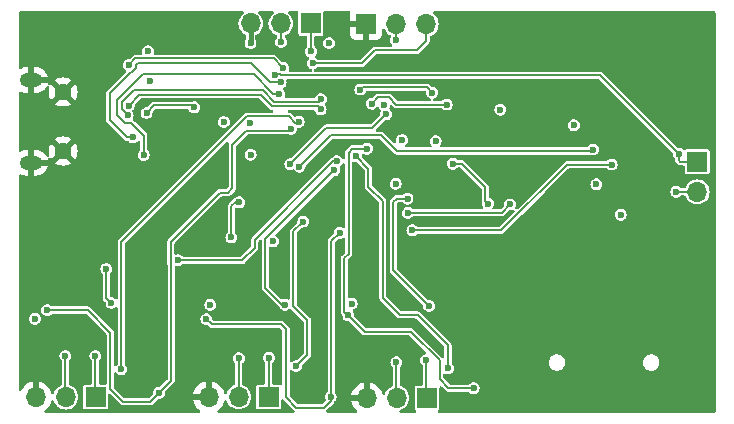
<source format=gbl>
G04 #@! TF.GenerationSoftware,KiCad,Pcbnew,8.0.7*
G04 #@! TF.CreationDate,2025-03-03T01:54:19+02:00*
G04 #@! TF.ProjectId,slug_v1_0,736c7567-5f76-4315-9f30-2e6b69636164,rev?*
G04 #@! TF.SameCoordinates,Original*
G04 #@! TF.FileFunction,Copper,L4,Bot*
G04 #@! TF.FilePolarity,Positive*
%FSLAX46Y46*%
G04 Gerber Fmt 4.6, Leading zero omitted, Abs format (unit mm)*
G04 Created by KiCad (PCBNEW 8.0.7) date 2025-03-03 01:54:19*
%MOMM*%
%LPD*%
G01*
G04 APERTURE LIST*
G04 #@! TA.AperFunction,ComponentPad*
%ADD10R,1.700000X1.700000*%
G04 #@! TD*
G04 #@! TA.AperFunction,ComponentPad*
%ADD11O,1.700000X1.700000*%
G04 #@! TD*
G04 #@! TA.AperFunction,ComponentPad*
%ADD12O,1.900000X1.200000*%
G04 #@! TD*
G04 #@! TA.AperFunction,ComponentPad*
%ADD13C,1.450000*%
G04 #@! TD*
G04 #@! TA.AperFunction,ViaPad*
%ADD14C,0.600000*%
G04 #@! TD*
G04 #@! TA.AperFunction,Conductor*
%ADD15C,0.200000*%
G04 #@! TD*
G04 #@! TA.AperFunction,Conductor*
%ADD16C,0.400000*%
G04 #@! TD*
G04 APERTURE END LIST*
D10*
G04 #@! TO.P,SW4,1,A*
G04 #@! TO.N,+3V3*
X88240000Y-101540000D03*
D11*
G04 #@! TO.P,SW4,2,B*
G04 #@! TO.N,/V_IO*
X85700000Y-101540000D03*
G04 #@! TO.P,SW4,3,C*
G04 #@! TO.N,+5V*
X83160000Y-101540000D03*
G04 #@! TD*
D12*
G04 #@! TO.P,J4,6,Shield*
G04 #@! TO.N,GND*
X64562500Y-106340000D03*
D13*
X67262500Y-107340000D03*
X67262500Y-112340000D03*
D12*
X64562500Y-113340000D03*
G04 #@! TD*
D10*
G04 #@! TO.P,J6,1,Pin_1*
G04 #@! TO.N,/CH3_TX*
X70027800Y-133172200D03*
D11*
G04 #@! TO.P,J6,2,Pin_2*
G04 #@! TO.N,/CH3_RX*
X67487800Y-133172200D03*
G04 #@! TO.P,J6,3,Pin_3*
G04 #@! TO.N,GND*
X64947800Y-133172200D03*
G04 #@! TD*
D10*
G04 #@! TO.P,J7,1,Pin_1*
G04 #@! TO.N,/CH2_TX*
X84668600Y-133166000D03*
D11*
G04 #@! TO.P,J7,2,Pin_2*
G04 #@! TO.N,/CH2_RX*
X82128600Y-133166000D03*
G04 #@! TO.P,J7,3,Pin_3*
G04 #@! TO.N,GND*
X79588600Y-133166000D03*
G04 #@! TD*
D10*
G04 #@! TO.P,J1,1,Pin_1*
G04 #@! TO.N,/BOOT0*
X120950000Y-113250000D03*
D11*
G04 #@! TO.P,J1,2,Pin_2*
G04 #@! TO.N,+3V3*
X120950000Y-115790000D03*
G04 #@! TD*
D10*
G04 #@! TO.P,J5,1,Pin_1*
G04 #@! TO.N,/CH1_TX*
X98069400Y-133248400D03*
D11*
G04 #@! TO.P,J5,2,Pin_2*
G04 #@! TO.N,/CH1_RX*
X95529400Y-133248400D03*
G04 #@! TO.P,J5,3,Pin_3*
G04 #@! TO.N,GND*
X92989400Y-133248400D03*
G04 #@! TD*
D10*
G04 #@! TO.P,J3,1,Pin_1*
G04 #@! TO.N,GND*
X92920000Y-101600000D03*
D11*
G04 #@! TO.P,J3,2,Pin_2*
G04 #@! TO.N,/SWDIO*
X95460000Y-101600000D03*
G04 #@! TO.P,J3,3,Pin_3*
G04 #@! TO.N,/SWCLK*
X98000000Y-101600000D03*
G04 #@! TD*
D14*
G04 #@! TO.N,/SWDIO*
X95430000Y-102920000D03*
G04 #@! TO.N,/SWCLK*
X88400000Y-104910000D03*
G04 #@! TO.N,+3V3*
X88260000Y-103910000D03*
G04 #@! TO.N,+5V*
X83130000Y-103200000D03*
G04 #@! TO.N,/V_IO*
X85720000Y-103110000D03*
G04 #@! TO.N,GND*
X66090000Y-111190000D03*
X66110000Y-110390000D03*
X91490000Y-103330000D03*
X92354400Y-122290800D03*
X87477600Y-114579400D03*
X87757000Y-125222000D03*
X68046600Y-105029000D03*
X113656400Y-100897500D03*
X107290000Y-131860000D03*
X99297500Y-126087500D03*
X66890000Y-120880000D03*
X83896200Y-108712000D03*
X75768200Y-125679200D03*
X66995000Y-103675000D03*
X106910000Y-121790000D03*
X102387400Y-124028200D03*
X78575000Y-112150000D03*
X66990000Y-119160000D03*
X89357200Y-122478800D03*
X118668800Y-110515400D03*
X64922400Y-129692400D03*
X77425000Y-113425000D03*
X89001600Y-125171200D03*
X92913200Y-130098800D03*
X105511600Y-101066600D03*
X109521400Y-101041100D03*
X98958400Y-114376200D03*
X78625000Y-103900000D03*
X109474000Y-116509800D03*
X103000000Y-125044200D03*
X75590400Y-122504200D03*
X66980000Y-117500000D03*
X120015000Y-129286000D03*
X79654400Y-124229400D03*
X95148400Y-105044200D03*
X79603600Y-129844800D03*
X120400000Y-105054400D03*
X114401600Y-112547400D03*
X91797710Y-123350901D03*
X85530960Y-116388276D03*
X67120335Y-100938000D03*
X80975200Y-115265200D03*
X75869800Y-119659400D03*
X82042000Y-120446800D03*
X75844400Y-117348000D03*
X88265000Y-122072400D03*
X118999000Y-120954800D03*
X90800000Y-101600000D03*
X75590400Y-124485400D03*
X64693800Y-122682000D03*
G04 #@! TO.N,+3V3*
X98806000Y-111506000D03*
X104292400Y-108839000D03*
X110515400Y-110159800D03*
X91694000Y-125272800D03*
X83108800Y-110007400D03*
X74600000Y-106450000D03*
X64871600Y-126542800D03*
X119176800Y-115790000D03*
X94437703Y-108439891D03*
X85057065Y-119982065D03*
X74450000Y-103900000D03*
X79720000Y-125370000D03*
X95961200Y-111404400D03*
X112420400Y-115163600D03*
X83134200Y-112649000D03*
X114477800Y-117729000D03*
X80873600Y-109880400D03*
G04 #@! TO.N,/NRST*
X87274400Y-113665000D03*
X112115600Y-112217200D03*
G04 #@! TO.N,/RTC_XTAL_IN*
X81508600Y-119659400D03*
X82169000Y-116687600D03*
G04 #@! TO.N,+5V*
X74325000Y-109125000D03*
X78350000Y-108650000D03*
G04 #@! TO.N,/UART1_TX*
X87206102Y-109852548D03*
X72190000Y-130820000D03*
G04 #@! TO.N,/UART1_RX*
X65916200Y-125806200D03*
X86560000Y-110460000D03*
X75387200Y-132816600D03*
G04 #@! TO.N,/UART3_TX*
X99847400Y-130750000D03*
X92036361Y-112747857D03*
G04 #@! TO.N,/UART3_RX*
X91414600Y-126263400D03*
X102030000Y-132420000D03*
X92988717Y-112147857D03*
G04 #@! TO.N,/UART2_TX*
X87604600Y-118313200D03*
X87004035Y-130549754D03*
G04 #@! TO.N,/UART2_RX*
X90678000Y-119253000D03*
X89916000Y-133146800D03*
X79400400Y-126568200D03*
G04 #@! TO.N,/CH1_EN*
X96423287Y-116364474D03*
X98260000Y-125460000D03*
G04 #@! TO.N,/CH2_EN*
X90220800Y-113969800D03*
X86050000Y-125350000D03*
G04 #@! TO.N,/CH3_EN*
X70916800Y-122326400D03*
X90450679Y-113203537D03*
X76987400Y-121589800D03*
X71360000Y-125210000D03*
X95417442Y-115112800D03*
G04 #@! TO.N,/BOOT0*
X119380000Y-112572800D03*
X85193253Y-105895913D03*
G04 #@! TO.N,/CH1_TX*
X97993200Y-130048000D03*
G04 #@! TO.N,/CH1_RX*
X95485000Y-130232200D03*
G04 #@! TO.N,/CH3_TX*
X70002400Y-129692400D03*
G04 #@! TO.N,/CH3_RX*
X67462400Y-129692400D03*
G04 #@! TO.N,/CH2_RX*
X82143600Y-129895600D03*
G04 #@! TO.N,/CH2_TX*
X84683600Y-129844800D03*
G04 #@! TO.N,/SD_CS*
X96824800Y-119049800D03*
X113715800Y-113487200D03*
G04 #@! TO.N,/SD_MISO*
X96451599Y-117583025D03*
X105105200Y-116865400D03*
G04 #@! TO.N,/USB_DP*
X92430600Y-107137200D03*
X89096177Y-107959601D03*
X72734772Y-109331253D03*
X98501200Y-107391200D03*
G04 #@! TO.N,/USB_DM*
X89077800Y-108813600D03*
X72813000Y-108500000D03*
G04 #@! TO.N,/SYS_CLK*
X86499700Y-113449100D03*
X94615000Y-109220000D03*
G04 #@! TO.N,/CARD_DETECT*
X100253800Y-113411000D03*
X103225600Y-116789200D03*
G04 #@! TO.N,/USB_DP_CTRL*
X99745800Y-108407200D03*
X93395800Y-108331000D03*
G04 #@! TO.N,/STATUS_LED_B*
X85885194Y-105305914D03*
X72830000Y-105060000D03*
G04 #@! TO.N,/STATUS_LED_R*
X73170000Y-111190000D03*
X85680000Y-106530800D03*
G04 #@! TO.N,/STATUS_LED_G*
X85581930Y-107497892D03*
X74090000Y-112680000D03*
G04 #@! TO.N,+3V3*
X89789000Y-103200200D03*
G04 #@! TD*
D15*
G04 #@! TO.N,/SWDIO*
X95430000Y-101630000D02*
X95460000Y-101600000D01*
X95430000Y-102920000D02*
X95430000Y-101630000D01*
G04 #@! TO.N,/SWCLK*
X93685529Y-103809800D02*
X95130000Y-103809800D01*
X92585329Y-104910000D02*
X93685529Y-103809800D01*
X88400000Y-104910000D02*
X92585329Y-104910000D01*
X97205800Y-103809800D02*
X98000000Y-103015600D01*
X98000000Y-103015600D02*
X98000000Y-101600000D01*
X95130000Y-103809800D02*
X97205800Y-103809800D01*
G04 #@! TO.N,+3V3*
X88240000Y-101540000D02*
X88240000Y-103890000D01*
X88240000Y-103890000D02*
X88260000Y-103910000D01*
D16*
G04 #@! TO.N,+5V*
X83130000Y-103200000D02*
X83130000Y-101570000D01*
X83130000Y-101570000D02*
X83160000Y-101540000D01*
D15*
G04 #@! TO.N,/V_IO*
X85700000Y-103090000D02*
X85700000Y-101540000D01*
X85720000Y-103110000D02*
X85700000Y-103090000D01*
G04 #@! TO.N,GND*
X64922400Y-129692400D02*
X64920000Y-129694800D01*
X79603600Y-129844800D02*
X79588600Y-129859800D01*
X64920000Y-133144400D02*
X64947800Y-133172200D01*
X92920000Y-101600000D02*
X90800000Y-101600000D01*
X92945000Y-130130600D02*
X92945000Y-133204000D01*
X64920000Y-129694800D02*
X64920000Y-133144400D01*
X79588600Y-129859800D02*
X79588600Y-133166000D01*
X92945000Y-133204000D02*
X92989400Y-133248400D01*
X92913200Y-130098800D02*
X92945000Y-130130600D01*
G04 #@! TO.N,+3V3*
X119176800Y-115790000D02*
X120950000Y-115790000D01*
G04 #@! TO.N,/NRST*
X95529400Y-112344200D02*
X94208600Y-111023400D01*
X94208600Y-111023400D02*
X89916000Y-111023400D01*
X112115600Y-112217200D02*
X111988600Y-112344200D01*
X111988600Y-112344200D02*
X95529400Y-112344200D01*
X89916000Y-111023400D02*
X87274400Y-113665000D01*
G04 #@! TO.N,/RTC_XTAL_IN*
X81508600Y-119659400D02*
X81508600Y-116992400D01*
X82118200Y-116636800D02*
X82169000Y-116687600D01*
X81508600Y-116992400D02*
X81864200Y-116636800D01*
X81864200Y-116636800D02*
X82118200Y-116636800D01*
G04 #@! TO.N,+5V*
X74975000Y-108475000D02*
X74325000Y-109125000D01*
X78350000Y-108650000D02*
X78175000Y-108475000D01*
X78175000Y-108475000D02*
X74975000Y-108475000D01*
G04 #@! TO.N,/UART1_TX*
X87206102Y-109852548D02*
X87097914Y-109960736D01*
X82860271Y-109407400D02*
X72190000Y-120077671D01*
X87097914Y-109960736D02*
X86909264Y-109960736D01*
X86909264Y-109960736D02*
X86355928Y-109407400D01*
X72190000Y-120077671D02*
X72190000Y-130820000D01*
X86355928Y-109407400D02*
X82860271Y-109407400D01*
G04 #@! TO.N,/UART1_RX*
X82788200Y-110607400D02*
X81575200Y-111820400D01*
X81575200Y-115513729D02*
X81223729Y-115865200D01*
X81575200Y-111820400D02*
X81575200Y-115513729D01*
X74650600Y-133553200D02*
X75387200Y-132816600D01*
X69342000Y-125806200D02*
X71272400Y-127736600D01*
X72339200Y-133553200D02*
X74650600Y-133553200D01*
X80527600Y-115865200D02*
X76387400Y-120005400D01*
X71272400Y-127736600D02*
X71272400Y-132486400D01*
X76403200Y-121854129D02*
X76403200Y-131800600D01*
X65916200Y-125806200D02*
X69342000Y-125806200D01*
X76403200Y-131800600D02*
X75387200Y-132816600D01*
X81223729Y-115865200D02*
X80527600Y-115865200D01*
X76387400Y-121838329D02*
X76403200Y-121854129D01*
X86412600Y-110607400D02*
X82788200Y-110607400D01*
X86560000Y-110460000D02*
X86412600Y-110607400D01*
X76387400Y-120005400D02*
X76387400Y-121838329D01*
X71272400Y-132486400D02*
X72339200Y-133553200D01*
G04 #@! TO.N,/UART3_TX*
X99847400Y-128796514D02*
X97273086Y-126222200D01*
X95793000Y-126222200D02*
X94326200Y-124755400D01*
X99847400Y-130750000D02*
X99847400Y-128796514D01*
X94326200Y-124755400D02*
X94326200Y-116576600D01*
X97273086Y-126222200D02*
X95793000Y-126222200D01*
X94326200Y-116576600D02*
X93116400Y-115366800D01*
X93116400Y-113827896D02*
X92036361Y-112747857D01*
X93116400Y-115366800D02*
X93116400Y-113827896D01*
G04 #@! TO.N,/UART3_RX*
X91084400Y-121386600D02*
X91436361Y-121034639D01*
X99882600Y-132420000D02*
X99136200Y-131673600D01*
X91414600Y-126263400D02*
X91084400Y-125933200D01*
X91084400Y-125933200D02*
X91084400Y-121386600D01*
X91436361Y-121034639D02*
X91436361Y-112474839D01*
X91436361Y-112474839D02*
X91763343Y-112147857D01*
X99136200Y-130073400D02*
X96723200Y-127660400D01*
X102030000Y-132420000D02*
X99882600Y-132420000D01*
X92811600Y-127660400D02*
X91414600Y-126263400D01*
X91763343Y-112147857D02*
X92988717Y-112147857D01*
X99136200Y-131673600D02*
X99136200Y-130073400D01*
X96723200Y-127660400D02*
X92811600Y-127660400D01*
G04 #@! TO.N,/UART2_TX*
X87004035Y-130549754D02*
X87934800Y-129618989D01*
X86766400Y-119151400D02*
X87604600Y-118313200D01*
X86766400Y-125476000D02*
X86766400Y-119151400D01*
X87934800Y-129618989D02*
X87934800Y-126644400D01*
X87934800Y-126644400D02*
X86766400Y-125476000D01*
G04 #@! TO.N,/UART2_RX*
X87020400Y-134061200D02*
X86131400Y-133172200D01*
X89966800Y-119964200D02*
X90678000Y-119253000D01*
X89916000Y-133146800D02*
X89966800Y-133096000D01*
X85750400Y-127025400D02*
X79857600Y-127025400D01*
X86131400Y-127406400D02*
X85750400Y-127025400D01*
X89916000Y-133502400D02*
X89357200Y-134061200D01*
X89966800Y-133096000D02*
X89966800Y-119964200D01*
X86131400Y-133172200D02*
X86131400Y-127406400D01*
X79857600Y-127025400D02*
X79400400Y-126568200D01*
X89916000Y-133146800D02*
X89916000Y-133502400D01*
X89357200Y-134061200D02*
X87020400Y-134061200D01*
G04 #@! TO.N,/CH1_EN*
X98260000Y-125460000D02*
X95199200Y-122399200D01*
X95199200Y-122399200D02*
X95199200Y-116687600D01*
X95199200Y-116687600D02*
X95522326Y-116364474D01*
X95522326Y-116364474D02*
X96423287Y-116364474D01*
G04 #@! TO.N,/CH2_EN*
X84390800Y-119799800D02*
X90220800Y-113969800D01*
X84390800Y-123965400D02*
X84390800Y-119799800D01*
X85775400Y-125350000D02*
X84390800Y-123965400D01*
X86050000Y-125350000D02*
X85775400Y-125350000D01*
G04 #@! TO.N,/CH3_EN*
X71360000Y-125210000D02*
X70916800Y-124766800D01*
X90138534Y-113203537D02*
X83505600Y-119836471D01*
X95417442Y-115112800D02*
X95417442Y-115094039D01*
X70916800Y-124766800D02*
X70916800Y-122326400D01*
X83505600Y-119836471D02*
X83505600Y-120532600D01*
X90450679Y-113203537D02*
X90138534Y-113203537D01*
X82448400Y-121589800D02*
X76987400Y-121589800D01*
X83505600Y-120532600D02*
X82448400Y-121589800D01*
G04 #@! TO.N,/BOOT0*
X119523800Y-113250000D02*
X120950000Y-113250000D01*
X85620000Y-105850000D02*
X85700800Y-105930800D01*
X119380000Y-112572800D02*
X119380000Y-113106200D01*
X112738000Y-105930800D02*
X119380000Y-112572800D01*
X119380000Y-113106200D02*
X119523800Y-113250000D01*
X85193253Y-105895913D02*
X85239166Y-105850000D01*
X85700800Y-105930800D02*
X112738000Y-105930800D01*
X85239166Y-105850000D02*
X85620000Y-105850000D01*
G04 #@! TO.N,/CH1_TX*
X98025000Y-130079800D02*
X98025000Y-133204000D01*
X97993200Y-130048000D02*
X98025000Y-130079800D01*
X98025000Y-133204000D02*
X98069400Y-133248400D01*
G04 #@! TO.N,/CH1_RX*
X95485000Y-133204000D02*
X95529400Y-133248400D01*
X95485000Y-130232200D02*
X95485000Y-133204000D01*
G04 #@! TO.N,/CH3_TX*
X70000000Y-133144400D02*
X70027800Y-133172200D01*
X70002400Y-129692400D02*
X70000000Y-129694800D01*
X70000000Y-129694800D02*
X70000000Y-133144400D01*
G04 #@! TO.N,/CH3_RX*
X67462400Y-129692400D02*
X67460000Y-129694800D01*
X67460000Y-133144400D02*
X67487800Y-133172200D01*
X67460000Y-129694800D02*
X67460000Y-133144400D01*
G04 #@! TO.N,/CH2_RX*
X82143600Y-129895600D02*
X82128600Y-129910600D01*
X82128600Y-129910600D02*
X82128600Y-133166000D01*
G04 #@! TO.N,/CH2_TX*
X84683600Y-129967200D02*
X84668600Y-129982200D01*
X84668600Y-129982200D02*
X84668600Y-133166000D01*
X84683600Y-129844800D02*
X84683600Y-129967200D01*
G04 #@! TO.N,/SD_CS*
X104358271Y-119049800D02*
X109920871Y-113487200D01*
X109920871Y-113487200D02*
X113715800Y-113487200D01*
X96824800Y-119049800D02*
X104358271Y-119049800D01*
G04 #@! TO.N,/SD_MISO*
X104387575Y-117583025D02*
X96451599Y-117583025D01*
X105105200Y-116865400D02*
X104387575Y-117583025D01*
G04 #@! TO.N,/USB_DP*
X92633800Y-106934000D02*
X92430600Y-107137200D01*
X73253600Y-107188000D02*
X84173686Y-107188000D01*
X98044000Y-106934000D02*
X92633800Y-106934000D01*
X88896178Y-108159600D02*
X89096177Y-107959601D01*
X72734772Y-109331253D02*
X72213000Y-108809481D01*
X84173686Y-107188000D02*
X85145286Y-108159600D01*
X98501200Y-107391200D02*
X98044000Y-106934000D01*
X72213000Y-108809481D02*
X72213000Y-108228600D01*
X72213000Y-108228600D02*
X73253600Y-107188000D01*
X85145286Y-108159600D02*
X88896178Y-108159600D01*
G04 #@! TO.N,/USB_DM*
X89077800Y-108813600D02*
X88823800Y-108559600D01*
X84979600Y-108559600D02*
X84008000Y-107588000D01*
X73725000Y-107588000D02*
X72813000Y-108500000D01*
X84008000Y-107588000D02*
X73725000Y-107588000D01*
X88823800Y-108559600D02*
X84979600Y-108559600D01*
G04 #@! TO.N,/SYS_CLK*
X89560400Y-110388400D02*
X93446600Y-110388400D01*
X93446600Y-110388400D02*
X94615000Y-109220000D01*
X86499700Y-113449100D02*
X89560400Y-110388400D01*
G04 #@! TO.N,/CARD_DETECT*
X101015800Y-113411000D02*
X100253800Y-113411000D01*
X103022400Y-116586000D02*
X103022400Y-115417600D01*
X103225600Y-116789200D02*
X103022400Y-116586000D01*
X103022400Y-115417600D02*
X101015800Y-113411000D01*
G04 #@! TO.N,/USB_DP_CTRL*
X95488929Y-108407200D02*
X94879329Y-107797600D01*
X93929200Y-107797600D02*
X93395800Y-108331000D01*
X99745800Y-108407200D02*
X95488929Y-108407200D01*
X94879329Y-107797600D02*
X93929200Y-107797600D01*
G04 #@! TO.N,/STATUS_LED_B*
X73390000Y-104500000D02*
X85079280Y-104500000D01*
X72830000Y-105060000D02*
X73390000Y-104500000D01*
X85079280Y-104500000D02*
X85885194Y-105305914D01*
G04 #@! TO.N,/STATUS_LED_R*
X71200000Y-107460000D02*
X71200000Y-109720000D01*
X84791564Y-106530800D02*
X83160764Y-104900000D01*
X73620000Y-104900000D02*
X73430000Y-105090000D01*
X73078529Y-105660000D02*
X73000000Y-105660000D01*
X73430000Y-105308529D02*
X73078529Y-105660000D01*
X73430000Y-105090000D02*
X73430000Y-105308529D01*
X71200000Y-109720000D02*
X72670000Y-111190000D01*
X83160764Y-104900000D02*
X73620000Y-104900000D01*
X85680000Y-106530800D02*
X84791564Y-106530800D01*
X73000000Y-105660000D02*
X71200000Y-107460000D01*
X72670000Y-111190000D02*
X73170000Y-111190000D01*
G04 #@! TO.N,/STATUS_LED_G*
X74025914Y-105850000D02*
X71813000Y-108062914D01*
X83401372Y-105850000D02*
X74025914Y-105850000D01*
X71813000Y-108062914D02*
X71813000Y-109258010D01*
X71813000Y-109258010D02*
X72486243Y-109931253D01*
X72486243Y-109931253D02*
X72983301Y-109931253D01*
X85049264Y-107497892D02*
X83401372Y-105850000D01*
X72983301Y-109931253D02*
X74090000Y-111037952D01*
X85581930Y-107497892D02*
X85049264Y-107497892D01*
X74090000Y-111037952D02*
X74090000Y-112680000D01*
G04 #@! TD*
G04 #@! TA.AperFunction,Conductor*
G04 #@! TO.N,GND*
G36*
X82491203Y-100520185D02*
G01*
X82536958Y-100572989D01*
X82546902Y-100642147D01*
X82517877Y-100705703D01*
X82502829Y-100720353D01*
X82413590Y-100793589D01*
X82282317Y-100953547D01*
X82184769Y-101136043D01*
X82124699Y-101334067D01*
X82104417Y-101540000D01*
X82124699Y-101745932D01*
X82154734Y-101844944D01*
X82184768Y-101943954D01*
X82282315Y-102126450D01*
X82282317Y-102126452D01*
X82413589Y-102286410D01*
X82544864Y-102394143D01*
X82573546Y-102417682D01*
X82573549Y-102417684D01*
X82573551Y-102417686D01*
X82605085Y-102434540D01*
X82663953Y-102466006D01*
X82713797Y-102514967D01*
X82729500Y-102575364D01*
X82729500Y-102851667D01*
X82709815Y-102918706D01*
X82709094Y-102919669D01*
X82704622Y-102926628D01*
X82644834Y-103057543D01*
X82624353Y-103200000D01*
X82644834Y-103342456D01*
X82687926Y-103436812D01*
X82704623Y-103473373D01*
X82798872Y-103582143D01*
X82919947Y-103659953D01*
X82919950Y-103659954D01*
X82919949Y-103659954D01*
X83058036Y-103700499D01*
X83058038Y-103700500D01*
X83058039Y-103700500D01*
X83201962Y-103700500D01*
X83201962Y-103700499D01*
X83309121Y-103669035D01*
X83340050Y-103659954D01*
X83340050Y-103659953D01*
X83340053Y-103659953D01*
X83461128Y-103582143D01*
X83555377Y-103473373D01*
X83615165Y-103342457D01*
X83635647Y-103200000D01*
X83615165Y-103057543D01*
X83555377Y-102926627D01*
X83555374Y-102926624D01*
X83550582Y-102919166D01*
X83553621Y-102917212D01*
X83531749Y-102869224D01*
X83530500Y-102851667D01*
X83530500Y-102607436D01*
X83550185Y-102540397D01*
X83596045Y-102498078D01*
X83746450Y-102417685D01*
X83906410Y-102286410D01*
X84037685Y-102126450D01*
X84135232Y-101943954D01*
X84195300Y-101745934D01*
X84215583Y-101540000D01*
X84195300Y-101334066D01*
X84135232Y-101136046D01*
X84037685Y-100953550D01*
X83906410Y-100793590D01*
X83906409Y-100793589D01*
X83817171Y-100720353D01*
X83777837Y-100662608D01*
X83775966Y-100592763D01*
X83812153Y-100532995D01*
X83874909Y-100502279D01*
X83895836Y-100500500D01*
X84964164Y-100500500D01*
X85031203Y-100520185D01*
X85076958Y-100572989D01*
X85086902Y-100642147D01*
X85057877Y-100705703D01*
X85042829Y-100720353D01*
X84953590Y-100793589D01*
X84822317Y-100953547D01*
X84724769Y-101136043D01*
X84664699Y-101334067D01*
X84644417Y-101540000D01*
X84664699Y-101745932D01*
X84694734Y-101844944D01*
X84724768Y-101943954D01*
X84822315Y-102126450D01*
X84822317Y-102126452D01*
X84953589Y-102286410D01*
X85050209Y-102365702D01*
X85113550Y-102417685D01*
X85296046Y-102515232D01*
X85311496Y-102519918D01*
X85369932Y-102558212D01*
X85398390Y-102622024D01*
X85399500Y-102638578D01*
X85399500Y-102669341D01*
X85379815Y-102736380D01*
X85369214Y-102750543D01*
X85294623Y-102836627D01*
X85294622Y-102836628D01*
X85234834Y-102967543D01*
X85214353Y-103110000D01*
X85234834Y-103252456D01*
X85275937Y-103342457D01*
X85294623Y-103383373D01*
X85388872Y-103492143D01*
X85509947Y-103569953D01*
X85509950Y-103569954D01*
X85509949Y-103569954D01*
X85648036Y-103610499D01*
X85648038Y-103610500D01*
X85648039Y-103610500D01*
X85791962Y-103610500D01*
X85791962Y-103610499D01*
X85930053Y-103569953D01*
X86051128Y-103492143D01*
X86145377Y-103383373D01*
X86205165Y-103252457D01*
X86225647Y-103110000D01*
X86205165Y-102967543D01*
X86145377Y-102836627D01*
X86145375Y-102836625D01*
X86145374Y-102836622D01*
X86045321Y-102721154D01*
X86046785Y-102719884D01*
X86015114Y-102670606D01*
X86015113Y-102600736D01*
X86052887Y-102541957D01*
X86098096Y-102517008D01*
X86103954Y-102515232D01*
X86286450Y-102417685D01*
X86446410Y-102286410D01*
X86577685Y-102126450D01*
X86675232Y-101943954D01*
X86735300Y-101745934D01*
X86755583Y-101540000D01*
X86735300Y-101334066D01*
X86675232Y-101136046D01*
X86577685Y-100953550D01*
X86446410Y-100793590D01*
X86446409Y-100793589D01*
X86357171Y-100720353D01*
X86317837Y-100662608D01*
X86315966Y-100592763D01*
X86352153Y-100532995D01*
X86414909Y-100502279D01*
X86435836Y-100500500D01*
X87072171Y-100500500D01*
X87139210Y-100520185D01*
X87184965Y-100572989D01*
X87194909Y-100642147D01*
X87193788Y-100648691D01*
X87189500Y-100670247D01*
X87189500Y-102409752D01*
X87201131Y-102468229D01*
X87201132Y-102468230D01*
X87245447Y-102534552D01*
X87311769Y-102578867D01*
X87311770Y-102578868D01*
X87370247Y-102590499D01*
X87370250Y-102590500D01*
X87370252Y-102590500D01*
X87815500Y-102590500D01*
X87882539Y-102610185D01*
X87928294Y-102662989D01*
X87939500Y-102714500D01*
X87939500Y-103469341D01*
X87919815Y-103536380D01*
X87909214Y-103550543D01*
X87834623Y-103636627D01*
X87834622Y-103636628D01*
X87774834Y-103767543D01*
X87754353Y-103910000D01*
X87774834Y-104052456D01*
X87808883Y-104127011D01*
X87834623Y-104183373D01*
X87928872Y-104292143D01*
X88029601Y-104356877D01*
X88075355Y-104409680D01*
X88085299Y-104478838D01*
X88056275Y-104542394D01*
X87974623Y-104636627D01*
X87974622Y-104636628D01*
X87914834Y-104767543D01*
X87894353Y-104910000D01*
X87914834Y-105052456D01*
X87974622Y-105183371D01*
X87974623Y-105183373D01*
X88068872Y-105292143D01*
X88189947Y-105369953D01*
X88189950Y-105369954D01*
X88189949Y-105369954D01*
X88249102Y-105387323D01*
X88307881Y-105425097D01*
X88336906Y-105488653D01*
X88326963Y-105557811D01*
X88281208Y-105610615D01*
X88214168Y-105630300D01*
X86480222Y-105630300D01*
X86413183Y-105610615D01*
X86367428Y-105557811D01*
X86357484Y-105488653D01*
X86367429Y-105454786D01*
X86370359Y-105448370D01*
X86372143Y-105435960D01*
X86390841Y-105305914D01*
X86370359Y-105163457D01*
X86310571Y-105032541D01*
X86216322Y-104923771D01*
X86095247Y-104845961D01*
X86095245Y-104845960D01*
X86095243Y-104845959D01*
X86095244Y-104845959D01*
X85957157Y-104805414D01*
X85957155Y-104805414D01*
X85861027Y-104805414D01*
X85793988Y-104785729D01*
X85773346Y-104769095D01*
X85263792Y-104259541D01*
X85263784Y-104259535D01*
X85195275Y-104219982D01*
X85195270Y-104219979D01*
X85169793Y-104213152D01*
X85118842Y-104199500D01*
X85118840Y-104199500D01*
X75054698Y-104199500D01*
X74987659Y-104179815D01*
X74941904Y-104127011D01*
X74931960Y-104057853D01*
X74934883Y-104044412D01*
X74935163Y-104042459D01*
X74935165Y-104042457D01*
X74955647Y-103900000D01*
X74935165Y-103757543D01*
X74875377Y-103626627D01*
X74781128Y-103517857D01*
X74660053Y-103440047D01*
X74660051Y-103440046D01*
X74660049Y-103440045D01*
X74660050Y-103440045D01*
X74521963Y-103399500D01*
X74521961Y-103399500D01*
X74378039Y-103399500D01*
X74378036Y-103399500D01*
X74239949Y-103440045D01*
X74118873Y-103517856D01*
X74024623Y-103626626D01*
X74024622Y-103626628D01*
X73964834Y-103757543D01*
X73944353Y-103900000D01*
X73966097Y-104051235D01*
X73964279Y-104051496D01*
X73964278Y-104110438D01*
X73926502Y-104169215D01*
X73862945Y-104198238D01*
X73845302Y-104199500D01*
X73350438Y-104199500D01*
X73274010Y-104219978D01*
X73205489Y-104259540D01*
X73205486Y-104259542D01*
X72941847Y-104523181D01*
X72880524Y-104556666D01*
X72854166Y-104559500D01*
X72758036Y-104559500D01*
X72619949Y-104600045D01*
X72498873Y-104677856D01*
X72404623Y-104786626D01*
X72404622Y-104786628D01*
X72344834Y-104917543D01*
X72324353Y-105060000D01*
X72344834Y-105202456D01*
X72398786Y-105320592D01*
X72404623Y-105333373D01*
X72498872Y-105442143D01*
X72498874Y-105442144D01*
X72498874Y-105442145D01*
X72517146Y-105453887D01*
X72548409Y-105473978D01*
X72594165Y-105526781D01*
X72604109Y-105595939D01*
X72575085Y-105659496D01*
X72569052Y-105665975D01*
X71015489Y-107219540D01*
X70959541Y-107275487D01*
X70959535Y-107275495D01*
X70919982Y-107344004D01*
X70919979Y-107344009D01*
X70915853Y-107359408D01*
X70899500Y-107420438D01*
X70899500Y-109759562D01*
X70904349Y-109777657D01*
X70919979Y-109835989D01*
X70949099Y-109886428D01*
X70952380Y-109892110D01*
X70952381Y-109892112D01*
X70952380Y-109892112D01*
X70959535Y-109904505D01*
X70959542Y-109904514D01*
X71705440Y-110650411D01*
X72429540Y-111374511D01*
X72485489Y-111430460D01*
X72485491Y-111430461D01*
X72485495Y-111430464D01*
X72524223Y-111452823D01*
X72554011Y-111470021D01*
X72630438Y-111490500D01*
X72711499Y-111490500D01*
X72778538Y-111510185D01*
X72805211Y-111533296D01*
X72838872Y-111572143D01*
X72959947Y-111649953D01*
X72959950Y-111649954D01*
X72959949Y-111649954D01*
X73098036Y-111690499D01*
X73098038Y-111690500D01*
X73098039Y-111690500D01*
X73241962Y-111690500D01*
X73241962Y-111690499D01*
X73380053Y-111649953D01*
X73501128Y-111572143D01*
X73571788Y-111490596D01*
X73630565Y-111452823D01*
X73700435Y-111452823D01*
X73759213Y-111490597D01*
X73788238Y-111554153D01*
X73789500Y-111571800D01*
X73789500Y-112216260D01*
X73769815Y-112283299D01*
X73759213Y-112297462D01*
X73664625Y-112406622D01*
X73664622Y-112406628D01*
X73604834Y-112537543D01*
X73584353Y-112680000D01*
X73604834Y-112822456D01*
X73651254Y-112924100D01*
X73664623Y-112953373D01*
X73758872Y-113062143D01*
X73879947Y-113139953D01*
X73879950Y-113139954D01*
X73879949Y-113139954D01*
X73984111Y-113170538D01*
X74001783Y-113175727D01*
X74018036Y-113180499D01*
X74018038Y-113180500D01*
X74018039Y-113180500D01*
X74161962Y-113180500D01*
X74161962Y-113180499D01*
X74280276Y-113145760D01*
X74300050Y-113139954D01*
X74300050Y-113139953D01*
X74300053Y-113139953D01*
X74421128Y-113062143D01*
X74515377Y-112953373D01*
X74575165Y-112822457D01*
X74595647Y-112680000D01*
X74575165Y-112537543D01*
X74515377Y-112406627D01*
X74515375Y-112406625D01*
X74515374Y-112406622D01*
X74420787Y-112297462D01*
X74391762Y-112233906D01*
X74390500Y-112216260D01*
X74390500Y-110998392D01*
X74390500Y-110998390D01*
X74385951Y-110981413D01*
X74370022Y-110921964D01*
X74330460Y-110853441D01*
X73357419Y-109880400D01*
X80367953Y-109880400D01*
X80388434Y-110022856D01*
X80446435Y-110149857D01*
X80448223Y-110153773D01*
X80542472Y-110262543D01*
X80663547Y-110340353D01*
X80663550Y-110340354D01*
X80663549Y-110340354D01*
X80801636Y-110380899D01*
X80801638Y-110380900D01*
X80801639Y-110380900D01*
X80945562Y-110380900D01*
X80945562Y-110380899D01*
X81083653Y-110340353D01*
X81204728Y-110262543D01*
X81298977Y-110153773D01*
X81358765Y-110022857D01*
X81379247Y-109880400D01*
X81358765Y-109737943D01*
X81298977Y-109607027D01*
X81204728Y-109498257D01*
X81083653Y-109420447D01*
X81083651Y-109420446D01*
X81083649Y-109420445D01*
X81083650Y-109420445D01*
X80945563Y-109379900D01*
X80945561Y-109379900D01*
X80801639Y-109379900D01*
X80801636Y-109379900D01*
X80663549Y-109420445D01*
X80542473Y-109498256D01*
X80448223Y-109607026D01*
X80448222Y-109607028D01*
X80388434Y-109737943D01*
X80367953Y-109880400D01*
X73357419Y-109880400D01*
X73196415Y-109719396D01*
X73162930Y-109658073D01*
X73167914Y-109588381D01*
X73171294Y-109580220D01*
X73219937Y-109473710D01*
X73240419Y-109331253D01*
X73219937Y-109188796D01*
X73190802Y-109125000D01*
X73819353Y-109125000D01*
X73839834Y-109267456D01*
X73896983Y-109392593D01*
X73899623Y-109398373D01*
X73993872Y-109507143D01*
X74114947Y-109584953D01*
X74114950Y-109584954D01*
X74114949Y-109584954D01*
X74253036Y-109625499D01*
X74253038Y-109625500D01*
X74253039Y-109625500D01*
X74396962Y-109625500D01*
X74396962Y-109625499D01*
X74535053Y-109584953D01*
X74656128Y-109507143D01*
X74750377Y-109398373D01*
X74810165Y-109267457D01*
X74830647Y-109125000D01*
X74829339Y-109115905D01*
X74839279Y-109046749D01*
X74864390Y-109010580D01*
X75063153Y-108811816D01*
X75124476Y-108778334D01*
X75150833Y-108775500D01*
X77777401Y-108775500D01*
X77844440Y-108795185D01*
X77890195Y-108847988D01*
X77917465Y-108907699D01*
X77924623Y-108923373D01*
X78018872Y-109032143D01*
X78139947Y-109109953D01*
X78139950Y-109109954D01*
X78139949Y-109109954D01*
X78278036Y-109150499D01*
X78278038Y-109150500D01*
X78278039Y-109150500D01*
X78421962Y-109150500D01*
X78421962Y-109150499D01*
X78560053Y-109109953D01*
X78681128Y-109032143D01*
X78775377Y-108923373D01*
X78835165Y-108792457D01*
X78855647Y-108650000D01*
X78835165Y-108507543D01*
X78775377Y-108376627D01*
X78681128Y-108267857D01*
X78560053Y-108190047D01*
X78560051Y-108190046D01*
X78560049Y-108190045D01*
X78560050Y-108190045D01*
X78421963Y-108149500D01*
X78421961Y-108149500D01*
X78278039Y-108149500D01*
X78278038Y-108149500D01*
X78210003Y-108169477D01*
X78175068Y-108174500D01*
X74935438Y-108174500D01*
X74884486Y-108188152D01*
X74859010Y-108194979D01*
X74824315Y-108215011D01*
X74824313Y-108215011D01*
X74790495Y-108234535D01*
X74790487Y-108234541D01*
X74436847Y-108588181D01*
X74375524Y-108621666D01*
X74349166Y-108624500D01*
X74253036Y-108624500D01*
X74114949Y-108665045D01*
X73993873Y-108742856D01*
X73993872Y-108742856D01*
X73993872Y-108742857D01*
X73987252Y-108750497D01*
X73899623Y-108851626D01*
X73899622Y-108851628D01*
X73839834Y-108982543D01*
X73819353Y-109125000D01*
X73190802Y-109125000D01*
X73160149Y-109057880D01*
X73160147Y-109057878D01*
X73160146Y-109057875D01*
X73146362Y-109041968D01*
X73117337Y-108978413D01*
X73127281Y-108909254D01*
X73146357Y-108879569D01*
X73238377Y-108773373D01*
X73298165Y-108642457D01*
X73318647Y-108500000D01*
X73317339Y-108490905D01*
X73327279Y-108421749D01*
X73352392Y-108385577D01*
X73813152Y-107924819D01*
X73874475Y-107891334D01*
X73900833Y-107888500D01*
X83832167Y-107888500D01*
X83899206Y-107908185D01*
X83919848Y-107924819D01*
X84739140Y-108744111D01*
X84795089Y-108800060D01*
X84795091Y-108800061D01*
X84795095Y-108800064D01*
X84849543Y-108831499D01*
X84863611Y-108839621D01*
X84940038Y-108860100D01*
X84940040Y-108860100D01*
X84947888Y-108862203D01*
X84947481Y-108863720D01*
X85002880Y-108888229D01*
X85041350Y-108946555D01*
X85042180Y-109016419D01*
X85005106Y-109075642D01*
X84941899Y-109105420D01*
X84922796Y-109106900D01*
X82820709Y-109106900D01*
X82782495Y-109117139D01*
X82744280Y-109127379D01*
X82744279Y-109127380D01*
X82704237Y-109150499D01*
X82704235Y-109150500D01*
X82695774Y-109155384D01*
X82675760Y-109166939D01*
X71949541Y-119893158D01*
X71949535Y-119893166D01*
X71909982Y-119961675D01*
X71909979Y-119961680D01*
X71889500Y-120038110D01*
X71889500Y-124728253D01*
X71869815Y-124795292D01*
X71817011Y-124841047D01*
X71747853Y-124850991D01*
X71698461Y-124832569D01*
X71570050Y-124750045D01*
X71431963Y-124709500D01*
X71431961Y-124709500D01*
X71341300Y-124709500D01*
X71274261Y-124689815D01*
X71228506Y-124637011D01*
X71217300Y-124585500D01*
X71217300Y-122790138D01*
X71236985Y-122723099D01*
X71247587Y-122708935D01*
X71247924Y-122708544D01*
X71247928Y-122708543D01*
X71342177Y-122599773D01*
X71401965Y-122468857D01*
X71422447Y-122326400D01*
X71401965Y-122183943D01*
X71342177Y-122053027D01*
X71247928Y-121944257D01*
X71126853Y-121866447D01*
X71126851Y-121866446D01*
X71126849Y-121866445D01*
X71126850Y-121866445D01*
X70988763Y-121825900D01*
X70988761Y-121825900D01*
X70844839Y-121825900D01*
X70844836Y-121825900D01*
X70706749Y-121866445D01*
X70585673Y-121944256D01*
X70491423Y-122053026D01*
X70491422Y-122053028D01*
X70431634Y-122183943D01*
X70411153Y-122326400D01*
X70431634Y-122468856D01*
X70452797Y-122515195D01*
X70491423Y-122599773D01*
X70585672Y-122708543D01*
X70585675Y-122708544D01*
X70586013Y-122708935D01*
X70615038Y-122772491D01*
X70616300Y-122790138D01*
X70616300Y-124806362D01*
X70625594Y-124841047D01*
X70636779Y-124882790D01*
X70636780Y-124882791D01*
X70642045Y-124891910D01*
X70657068Y-124917931D01*
X70676340Y-124951311D01*
X70676342Y-124951313D01*
X70820604Y-125095575D01*
X70854089Y-125156898D01*
X70855661Y-125200902D01*
X70854353Y-125209999D01*
X70874834Y-125352456D01*
X70934622Y-125483371D01*
X70934623Y-125483373D01*
X71028872Y-125592143D01*
X71149947Y-125669953D01*
X71149950Y-125669954D01*
X71149949Y-125669954D01*
X71288036Y-125710499D01*
X71288038Y-125710500D01*
X71288039Y-125710500D01*
X71431962Y-125710500D01*
X71431962Y-125710499D01*
X71570053Y-125669953D01*
X71579716Y-125663743D01*
X71698461Y-125587431D01*
X71765500Y-125567746D01*
X71832539Y-125587431D01*
X71878294Y-125640235D01*
X71889500Y-125691746D01*
X71889500Y-130356260D01*
X71869815Y-130423299D01*
X71859213Y-130437463D01*
X71790613Y-130516632D01*
X71731835Y-130554406D01*
X71661965Y-130554406D01*
X71603187Y-130516632D01*
X71574162Y-130453076D01*
X71572900Y-130435429D01*
X71572900Y-127697039D01*
X71552420Y-127620609D01*
X71552417Y-127620604D01*
X71512864Y-127552095D01*
X71512858Y-127552087D01*
X69526512Y-125565741D01*
X69526507Y-125565737D01*
X69516387Y-125559894D01*
X69516385Y-125559894D01*
X69483737Y-125541044D01*
X69457990Y-125526179D01*
X69432513Y-125519352D01*
X69381562Y-125505700D01*
X69381560Y-125505700D01*
X66374701Y-125505700D01*
X66307662Y-125486015D01*
X66280988Y-125462903D01*
X66247328Y-125424057D01*
X66126253Y-125346247D01*
X66126251Y-125346246D01*
X66126249Y-125346245D01*
X66126250Y-125346245D01*
X65988163Y-125305700D01*
X65988161Y-125305700D01*
X65844239Y-125305700D01*
X65844236Y-125305700D01*
X65706149Y-125346245D01*
X65585073Y-125424056D01*
X65490823Y-125532826D01*
X65490822Y-125532828D01*
X65431034Y-125663743D01*
X65410553Y-125806200D01*
X65431034Y-125948656D01*
X65467018Y-126027448D01*
X65490823Y-126079573D01*
X65585072Y-126188343D01*
X65706147Y-126266153D01*
X65706150Y-126266154D01*
X65706149Y-126266154D01*
X65844236Y-126306699D01*
X65844238Y-126306700D01*
X65844239Y-126306700D01*
X65988162Y-126306700D01*
X65988162Y-126306699D01*
X66104678Y-126272488D01*
X66126250Y-126266154D01*
X66126250Y-126266153D01*
X66126253Y-126266153D01*
X66247328Y-126188343D01*
X66280988Y-126149496D01*
X66339767Y-126111723D01*
X66374701Y-126106700D01*
X69166167Y-126106700D01*
X69233206Y-126126385D01*
X69253848Y-126143019D01*
X70935581Y-127824752D01*
X70969066Y-127886075D01*
X70971900Y-127912433D01*
X70971900Y-131997700D01*
X70952215Y-132064739D01*
X70899411Y-132110494D01*
X70847900Y-132121700D01*
X70424500Y-132121700D01*
X70357461Y-132102015D01*
X70311706Y-132049211D01*
X70300500Y-131997700D01*
X70300500Y-130158908D01*
X70320185Y-130091869D01*
X70330787Y-130077705D01*
X70333525Y-130074544D01*
X70333528Y-130074543D01*
X70427777Y-129965773D01*
X70487565Y-129834857D01*
X70508047Y-129692400D01*
X70487565Y-129549943D01*
X70427777Y-129419027D01*
X70333528Y-129310257D01*
X70212453Y-129232447D01*
X70212451Y-129232446D01*
X70212449Y-129232445D01*
X70212450Y-129232445D01*
X70074363Y-129191900D01*
X70074361Y-129191900D01*
X69930439Y-129191900D01*
X69930436Y-129191900D01*
X69792349Y-129232445D01*
X69671273Y-129310256D01*
X69577023Y-129419026D01*
X69577022Y-129419028D01*
X69517234Y-129549943D01*
X69496753Y-129692400D01*
X69517234Y-129834856D01*
X69573204Y-129957411D01*
X69577023Y-129965773D01*
X69669213Y-130072167D01*
X69698238Y-130135722D01*
X69699500Y-130153369D01*
X69699500Y-131997700D01*
X69679815Y-132064739D01*
X69627011Y-132110494D01*
X69575500Y-132121700D01*
X69158047Y-132121700D01*
X69099570Y-132133331D01*
X69099569Y-132133332D01*
X69033247Y-132177647D01*
X68988932Y-132243969D01*
X68988931Y-132243970D01*
X68977300Y-132302447D01*
X68977300Y-134041952D01*
X68988931Y-134100429D01*
X68988932Y-134100430D01*
X69033247Y-134166752D01*
X69099569Y-134211067D01*
X69099570Y-134211068D01*
X69158047Y-134222699D01*
X69158050Y-134222700D01*
X69158052Y-134222700D01*
X70897550Y-134222700D01*
X70897551Y-134222699D01*
X70912368Y-134219752D01*
X70956029Y-134211068D01*
X70956029Y-134211067D01*
X70956031Y-134211067D01*
X71022352Y-134166752D01*
X71066667Y-134100431D01*
X71066667Y-134100429D01*
X71066668Y-134100429D01*
X71077955Y-134043682D01*
X71078300Y-134041948D01*
X71078300Y-133016633D01*
X71097985Y-132949594D01*
X71150789Y-132903839D01*
X71219947Y-132893895D01*
X71283503Y-132922920D01*
X71289981Y-132928952D01*
X72098740Y-133737711D01*
X72154689Y-133793660D01*
X72154691Y-133793661D01*
X72154695Y-133793664D01*
X72204042Y-133822154D01*
X72223211Y-133833221D01*
X72299638Y-133853700D01*
X72299640Y-133853700D01*
X74690160Y-133853700D01*
X74690162Y-133853700D01*
X74766589Y-133833221D01*
X74835111Y-133793660D01*
X74891060Y-133737711D01*
X75275351Y-133353418D01*
X75336674Y-133319934D01*
X75363032Y-133317100D01*
X75459162Y-133317100D01*
X75459162Y-133317099D01*
X75597253Y-133276553D01*
X75718328Y-133198743D01*
X75812577Y-133089973D01*
X75872365Y-132959057D01*
X75892847Y-132816600D01*
X75891539Y-132807505D01*
X75901479Y-132738349D01*
X75926592Y-132702177D01*
X76643660Y-131985111D01*
X76650017Y-131974100D01*
X76683221Y-131916589D01*
X76703700Y-131840162D01*
X76703700Y-125370000D01*
X79214353Y-125370000D01*
X79234834Y-125512456D01*
X79275937Y-125602457D01*
X79294623Y-125643373D01*
X79388872Y-125752143D01*
X79509947Y-125829953D01*
X79509949Y-125829953D01*
X79509950Y-125829954D01*
X79512035Y-125830907D01*
X79513766Y-125832407D01*
X79517407Y-125834747D01*
X79517070Y-125835270D01*
X79564838Y-125876663D01*
X79574846Y-125910751D01*
X79608370Y-125881704D01*
X79659879Y-125870500D01*
X79791962Y-125870500D01*
X79791962Y-125870499D01*
X79913726Y-125834747D01*
X79930050Y-125829954D01*
X79930050Y-125829953D01*
X79930053Y-125829953D01*
X80051128Y-125752143D01*
X80145377Y-125643373D01*
X80205165Y-125512457D01*
X80225647Y-125370000D01*
X80205165Y-125227543D01*
X80145377Y-125096627D01*
X80051128Y-124987857D01*
X79930053Y-124910047D01*
X79930051Y-124910046D01*
X79930049Y-124910045D01*
X79930050Y-124910045D01*
X79791963Y-124869500D01*
X79791961Y-124869500D01*
X79648039Y-124869500D01*
X79648036Y-124869500D01*
X79509949Y-124910045D01*
X79388873Y-124987856D01*
X79388872Y-124987856D01*
X79388872Y-124987857D01*
X79378847Y-124999427D01*
X79294623Y-125096626D01*
X79294622Y-125096628D01*
X79234834Y-125227543D01*
X79214353Y-125370000D01*
X76703700Y-125370000D01*
X76703700Y-122193772D01*
X76723385Y-122126733D01*
X76776189Y-122080978D01*
X76845347Y-122071034D01*
X76862625Y-122074792D01*
X76915439Y-122090300D01*
X77059362Y-122090300D01*
X77059362Y-122090299D01*
X77166521Y-122058835D01*
X77197450Y-122049754D01*
X77197450Y-122049753D01*
X77197453Y-122049753D01*
X77318528Y-121971943D01*
X77352188Y-121933096D01*
X77410967Y-121895323D01*
X77445901Y-121890300D01*
X82487960Y-121890300D01*
X82487962Y-121890300D01*
X82564389Y-121869821D01*
X82632911Y-121830260D01*
X82688860Y-121774311D01*
X83746060Y-120717111D01*
X83785622Y-120648588D01*
X83806100Y-120572162D01*
X83806100Y-120493038D01*
X83806100Y-120012303D01*
X83825785Y-119945264D01*
X83842415Y-119924626D01*
X83878620Y-119888421D01*
X83939942Y-119854937D01*
X84009634Y-119859921D01*
X84065567Y-119901793D01*
X84089984Y-119967257D01*
X84090300Y-119976103D01*
X84090300Y-124004962D01*
X84103952Y-124055913D01*
X84110779Y-124081390D01*
X84110782Y-124081395D01*
X84150335Y-124149904D01*
X84150339Y-124149909D01*
X84150340Y-124149911D01*
X85534940Y-125534511D01*
X85590889Y-125590460D01*
X85590891Y-125590461D01*
X85597337Y-125595408D01*
X85595791Y-125597422D01*
X85617332Y-125617954D01*
X85618815Y-125616670D01*
X85624622Y-125623372D01*
X85624623Y-125623373D01*
X85718872Y-125732143D01*
X85839947Y-125809953D01*
X85839950Y-125809954D01*
X85839949Y-125809954D01*
X85978036Y-125850499D01*
X85978038Y-125850500D01*
X85978039Y-125850500D01*
X86121962Y-125850500D01*
X86121962Y-125850499D01*
X86260053Y-125809953D01*
X86381128Y-125732143D01*
X86394392Y-125716834D01*
X86453167Y-125679062D01*
X86523036Y-125679060D01*
X86575785Y-125710357D01*
X87597981Y-126732552D01*
X87631466Y-126793875D01*
X87634300Y-126820233D01*
X87634300Y-129443155D01*
X87614615Y-129510194D01*
X87597981Y-129530836D01*
X87115882Y-130012935D01*
X87054559Y-130046420D01*
X87028201Y-130049254D01*
X86932071Y-130049254D01*
X86793984Y-130089799D01*
X86672907Y-130167611D01*
X86672904Y-130167613D01*
X86649612Y-130194494D01*
X86590834Y-130232268D01*
X86520964Y-130232268D01*
X86462186Y-130194493D01*
X86433162Y-130130937D01*
X86431900Y-130113291D01*
X86431900Y-127366839D01*
X86415443Y-127305421D01*
X86411421Y-127290411D01*
X86397247Y-127265860D01*
X86371864Y-127221895D01*
X86371858Y-127221887D01*
X85934912Y-126784941D01*
X85934904Y-126784935D01*
X85866395Y-126745382D01*
X85866390Y-126745379D01*
X85840913Y-126738552D01*
X85789962Y-126724900D01*
X85789960Y-126724900D01*
X80033433Y-126724900D01*
X79966394Y-126705215D01*
X79945752Y-126688581D01*
X79939795Y-126682624D01*
X79906310Y-126621301D01*
X79904739Y-126577294D01*
X79906047Y-126568200D01*
X79885565Y-126425743D01*
X79825777Y-126294827D01*
X79731528Y-126186057D01*
X79610453Y-126108247D01*
X79610451Y-126108246D01*
X79610449Y-126108245D01*
X79608365Y-126107293D01*
X79606633Y-126105792D01*
X79602993Y-126103453D01*
X79603329Y-126102929D01*
X79555562Y-126061537D01*
X79545553Y-126027448D01*
X79512030Y-126056496D01*
X79460521Y-126067700D01*
X79328436Y-126067700D01*
X79190349Y-126108245D01*
X79069273Y-126186056D01*
X78975023Y-126294826D01*
X78975022Y-126294828D01*
X78915234Y-126425743D01*
X78894753Y-126568200D01*
X78915234Y-126710656D01*
X78953240Y-126793875D01*
X78975023Y-126841573D01*
X79069272Y-126950343D01*
X79190347Y-127028153D01*
X79190350Y-127028154D01*
X79190349Y-127028154D01*
X79297507Y-127059617D01*
X79325680Y-127067890D01*
X79328436Y-127068699D01*
X79328438Y-127068700D01*
X79424567Y-127068700D01*
X79491606Y-127088385D01*
X79512248Y-127105019D01*
X79617140Y-127209911D01*
X79673089Y-127265860D01*
X79673091Y-127265861D01*
X79673095Y-127265864D01*
X79741604Y-127305417D01*
X79741611Y-127305421D01*
X79818038Y-127325900D01*
X79897162Y-127325900D01*
X85574567Y-127325900D01*
X85641606Y-127345585D01*
X85662248Y-127362219D01*
X85794581Y-127494552D01*
X85828066Y-127555875D01*
X85830900Y-127582233D01*
X85830900Y-132051545D01*
X85811215Y-132118584D01*
X85758411Y-132164339D01*
X85689253Y-132174283D01*
X85638009Y-132154647D01*
X85596830Y-132127132D01*
X85596829Y-132127131D01*
X85538352Y-132115500D01*
X85538348Y-132115500D01*
X85093100Y-132115500D01*
X85026061Y-132095815D01*
X84980306Y-132043011D01*
X84969100Y-131991500D01*
X84969100Y-130323108D01*
X84988785Y-130256069D01*
X85011899Y-130229393D01*
X85014718Y-130226949D01*
X85014728Y-130226943D01*
X85108977Y-130118173D01*
X85168765Y-129987257D01*
X85189247Y-129844800D01*
X85168765Y-129702343D01*
X85108977Y-129571427D01*
X85014728Y-129462657D01*
X84893653Y-129384847D01*
X84893651Y-129384846D01*
X84893649Y-129384845D01*
X84893650Y-129384845D01*
X84755563Y-129344300D01*
X84755561Y-129344300D01*
X84611639Y-129344300D01*
X84611636Y-129344300D01*
X84473549Y-129384845D01*
X84352473Y-129462656D01*
X84258223Y-129571426D01*
X84258222Y-129571428D01*
X84198434Y-129702343D01*
X84177953Y-129844800D01*
X84198434Y-129987256D01*
X84245239Y-130089743D01*
X84258223Y-130118173D01*
X84327281Y-130197871D01*
X84337813Y-130210025D01*
X84366838Y-130273581D01*
X84368100Y-130291228D01*
X84368100Y-131991500D01*
X84348415Y-132058539D01*
X84295611Y-132104294D01*
X84244100Y-132115500D01*
X83798847Y-132115500D01*
X83740370Y-132127131D01*
X83740369Y-132127132D01*
X83674047Y-132171447D01*
X83629732Y-132237769D01*
X83629731Y-132237770D01*
X83618100Y-132296247D01*
X83618100Y-134035752D01*
X83629731Y-134094229D01*
X83629732Y-134094230D01*
X83674047Y-134160552D01*
X83740369Y-134204867D01*
X83740370Y-134204868D01*
X83798847Y-134216499D01*
X83798850Y-134216500D01*
X83798852Y-134216500D01*
X85538350Y-134216500D01*
X85538351Y-134216499D01*
X85553168Y-134213552D01*
X85596829Y-134204868D01*
X85596829Y-134204867D01*
X85596831Y-134204867D01*
X85663152Y-134160552D01*
X85707467Y-134094231D01*
X85707467Y-134094229D01*
X85707468Y-134094229D01*
X85717867Y-134041948D01*
X85719100Y-134035748D01*
X85719100Y-133484233D01*
X85738785Y-133417194D01*
X85791589Y-133371439D01*
X85860747Y-133361495D01*
X85924303Y-133390520D01*
X85930781Y-133396552D01*
X86822048Y-134287819D01*
X86855533Y-134349142D01*
X86850549Y-134418834D01*
X86808677Y-134474767D01*
X86743213Y-134499184D01*
X86734367Y-134499500D01*
X80431095Y-134499500D01*
X80364056Y-134479815D01*
X80318301Y-134427011D01*
X80308357Y-134357853D01*
X80337382Y-134294297D01*
X80359971Y-134273925D01*
X80459682Y-134204105D01*
X80626705Y-134037082D01*
X80762200Y-133843578D01*
X80862029Y-133629492D01*
X80862033Y-133629483D01*
X80894758Y-133507350D01*
X80931122Y-133447690D01*
X80993969Y-133417160D01*
X81063345Y-133425454D01*
X81117223Y-133469939D01*
X81133193Y-133503447D01*
X81153368Y-133569954D01*
X81250915Y-133752450D01*
X81250917Y-133752452D01*
X81382189Y-133912410D01*
X81478809Y-133991702D01*
X81542150Y-134043685D01*
X81724646Y-134141232D01*
X81922666Y-134201300D01*
X81922665Y-134201300D01*
X81941129Y-134203118D01*
X82128600Y-134221583D01*
X82334534Y-134201300D01*
X82532554Y-134141232D01*
X82715050Y-134043685D01*
X82875010Y-133912410D01*
X83006285Y-133752450D01*
X83103832Y-133569954D01*
X83163900Y-133371934D01*
X83184183Y-133166000D01*
X83163900Y-132960066D01*
X83103832Y-132762046D01*
X83006285Y-132579550D01*
X82931497Y-132488420D01*
X82875010Y-132419589D01*
X82724715Y-132296247D01*
X82715050Y-132288315D01*
X82581095Y-132216714D01*
X82532553Y-132190767D01*
X82517104Y-132186081D01*
X82458666Y-132147784D01*
X82430209Y-132083971D01*
X82429100Y-132067421D01*
X82429100Y-130373908D01*
X82448785Y-130306869D01*
X82471899Y-130280193D01*
X82474718Y-130277749D01*
X82474728Y-130277743D01*
X82568977Y-130168973D01*
X82628765Y-130038057D01*
X82649247Y-129895600D01*
X82628765Y-129753143D01*
X82568977Y-129622227D01*
X82474728Y-129513457D01*
X82353653Y-129435647D01*
X82353651Y-129435646D01*
X82353649Y-129435645D01*
X82353650Y-129435645D01*
X82215563Y-129395100D01*
X82215561Y-129395100D01*
X82071639Y-129395100D01*
X82071636Y-129395100D01*
X81933549Y-129435645D01*
X81812473Y-129513456D01*
X81718223Y-129622226D01*
X81718222Y-129622228D01*
X81658434Y-129753143D01*
X81637953Y-129895600D01*
X81658434Y-130038056D01*
X81711097Y-130153369D01*
X81718223Y-130168973D01*
X81793862Y-130256266D01*
X81797813Y-130260825D01*
X81826838Y-130324381D01*
X81828100Y-130342028D01*
X81828100Y-132067421D01*
X81808415Y-132134460D01*
X81755611Y-132180215D01*
X81740096Y-132186081D01*
X81724646Y-132190767D01*
X81604455Y-132255012D01*
X81542150Y-132288315D01*
X81542148Y-132288316D01*
X81542147Y-132288317D01*
X81382189Y-132419589D01*
X81250917Y-132579547D01*
X81153367Y-132762046D01*
X81133193Y-132828552D01*
X81094896Y-132886990D01*
X81031083Y-132915447D01*
X80962016Y-132904886D01*
X80909623Y-132858661D01*
X80894758Y-132824649D01*
X80862033Y-132702516D01*
X80862029Y-132702507D01*
X80762200Y-132488422D01*
X80762199Y-132488420D01*
X80626713Y-132294926D01*
X80626708Y-132294920D01*
X80459682Y-132127894D01*
X80266178Y-131992399D01*
X80052092Y-131892570D01*
X80052086Y-131892567D01*
X79838600Y-131835364D01*
X79838600Y-132732988D01*
X79781593Y-132700075D01*
X79654426Y-132666000D01*
X79522774Y-132666000D01*
X79395607Y-132700075D01*
X79338600Y-132732988D01*
X79338600Y-131835364D01*
X79338599Y-131835364D01*
X79125113Y-131892567D01*
X79125107Y-131892570D01*
X78911022Y-131992399D01*
X78911020Y-131992400D01*
X78717526Y-132127886D01*
X78717520Y-132127891D01*
X78550491Y-132294920D01*
X78550486Y-132294926D01*
X78415000Y-132488420D01*
X78414999Y-132488422D01*
X78315170Y-132702507D01*
X78315167Y-132702513D01*
X78257964Y-132915999D01*
X78257964Y-132916000D01*
X79155588Y-132916000D01*
X79122675Y-132973007D01*
X79088600Y-133100174D01*
X79088600Y-133231826D01*
X79122675Y-133358993D01*
X79155588Y-133416000D01*
X78257964Y-133416000D01*
X78315167Y-133629486D01*
X78315170Y-133629492D01*
X78414999Y-133843578D01*
X78550494Y-134037082D01*
X78717517Y-134204105D01*
X78817229Y-134273925D01*
X78860854Y-134328503D01*
X78868046Y-134398001D01*
X78836524Y-134460356D01*
X78776294Y-134495769D01*
X78746105Y-134499500D01*
X65799149Y-134499500D01*
X65732110Y-134479815D01*
X65686355Y-134427011D01*
X65676411Y-134357853D01*
X65705436Y-134294297D01*
X65728025Y-134273925D01*
X65818882Y-134210305D01*
X65985905Y-134043282D01*
X66121400Y-133849778D01*
X66221229Y-133635692D01*
X66221233Y-133635683D01*
X66253958Y-133513550D01*
X66290322Y-133453890D01*
X66353169Y-133423360D01*
X66422545Y-133431654D01*
X66476423Y-133476139D01*
X66492393Y-133509647D01*
X66512568Y-133576154D01*
X66610115Y-133758650D01*
X66638845Y-133793658D01*
X66741389Y-133918610D01*
X66838009Y-133997902D01*
X66901350Y-134049885D01*
X67083846Y-134147432D01*
X67281866Y-134207500D01*
X67281865Y-134207500D01*
X67300329Y-134209318D01*
X67487800Y-134227783D01*
X67693734Y-134207500D01*
X67891754Y-134147432D01*
X68074250Y-134049885D01*
X68234210Y-133918610D01*
X68365485Y-133758650D01*
X68463032Y-133576154D01*
X68523100Y-133378134D01*
X68543383Y-133172200D01*
X68523100Y-132966266D01*
X68463032Y-132768246D01*
X68365485Y-132585750D01*
X68313368Y-132522245D01*
X68234210Y-132425789D01*
X68101537Y-132316909D01*
X68074250Y-132294515D01*
X67893498Y-132197900D01*
X67891756Y-132196969D01*
X67891755Y-132196968D01*
X67891754Y-132196968D01*
X67848504Y-132183848D01*
X67790066Y-132145551D01*
X67761610Y-132081739D01*
X67760500Y-132065188D01*
X67760500Y-130158908D01*
X67780185Y-130091869D01*
X67790787Y-130077705D01*
X67793525Y-130074544D01*
X67793528Y-130074543D01*
X67887777Y-129965773D01*
X67947565Y-129834857D01*
X67968047Y-129692400D01*
X67947565Y-129549943D01*
X67887777Y-129419027D01*
X67793528Y-129310257D01*
X67672453Y-129232447D01*
X67672451Y-129232446D01*
X67672449Y-129232445D01*
X67672450Y-129232445D01*
X67534363Y-129191900D01*
X67534361Y-129191900D01*
X67390439Y-129191900D01*
X67390436Y-129191900D01*
X67252349Y-129232445D01*
X67131273Y-129310256D01*
X67037023Y-129419026D01*
X67037022Y-129419028D01*
X66977234Y-129549943D01*
X66956753Y-129692400D01*
X66977234Y-129834856D01*
X67033204Y-129957411D01*
X67037023Y-129965773D01*
X67129213Y-130072167D01*
X67158238Y-130135722D01*
X67159500Y-130153369D01*
X67159500Y-132082776D01*
X67139815Y-132149815D01*
X67089058Y-132193795D01*
X67089219Y-132194096D01*
X67087895Y-132194803D01*
X67087011Y-132195570D01*
X67084045Y-132196861D01*
X66971818Y-132256848D01*
X66901350Y-132294515D01*
X66901348Y-132294516D01*
X66901347Y-132294517D01*
X66741389Y-132425789D01*
X66610117Y-132585747D01*
X66512567Y-132768246D01*
X66492393Y-132834752D01*
X66454096Y-132893190D01*
X66390283Y-132921647D01*
X66321216Y-132911086D01*
X66268823Y-132864861D01*
X66253958Y-132830849D01*
X66221233Y-132708716D01*
X66221229Y-132708707D01*
X66121400Y-132494622D01*
X66121399Y-132494620D01*
X65985913Y-132301126D01*
X65985908Y-132301120D01*
X65818882Y-132134094D01*
X65625378Y-131998599D01*
X65411292Y-131898770D01*
X65411286Y-131898767D01*
X65197800Y-131841564D01*
X65197800Y-132739188D01*
X65140793Y-132706275D01*
X65013626Y-132672200D01*
X64881974Y-132672200D01*
X64754807Y-132706275D01*
X64697800Y-132739188D01*
X64697800Y-131841564D01*
X64697799Y-131841564D01*
X64484313Y-131898767D01*
X64484307Y-131898770D01*
X64270222Y-131998599D01*
X64270220Y-131998600D01*
X64076726Y-132134086D01*
X64076720Y-132134091D01*
X63909691Y-132301120D01*
X63909686Y-132301126D01*
X63774200Y-132494620D01*
X63774199Y-132494622D01*
X63736882Y-132574650D01*
X63690710Y-132627089D01*
X63623516Y-132646241D01*
X63556635Y-132626025D01*
X63511300Y-132572860D01*
X63500500Y-132522245D01*
X63500500Y-126542800D01*
X64365953Y-126542800D01*
X64386434Y-126685256D01*
X64436040Y-126793875D01*
X64446223Y-126816173D01*
X64540472Y-126924943D01*
X64661547Y-127002753D01*
X64661550Y-127002754D01*
X64661549Y-127002754D01*
X64799636Y-127043299D01*
X64799638Y-127043300D01*
X64799639Y-127043300D01*
X64943562Y-127043300D01*
X64943562Y-127043299D01*
X65081653Y-127002753D01*
X65202728Y-126924943D01*
X65296977Y-126816173D01*
X65356765Y-126685257D01*
X65377247Y-126542800D01*
X65356765Y-126400343D01*
X65296977Y-126269427D01*
X65202728Y-126160657D01*
X65081653Y-126082847D01*
X65081651Y-126082846D01*
X65081649Y-126082845D01*
X65081650Y-126082845D01*
X64943563Y-126042300D01*
X64943561Y-126042300D01*
X64799639Y-126042300D01*
X64799636Y-126042300D01*
X64661549Y-126082845D01*
X64540473Y-126160656D01*
X64446223Y-126269426D01*
X64446222Y-126269428D01*
X64386434Y-126400343D01*
X64365953Y-126542800D01*
X63500500Y-126542800D01*
X63500500Y-114414126D01*
X63520185Y-114347087D01*
X63572989Y-114301332D01*
X63642147Y-114291388D01*
X63680795Y-114303641D01*
X63790242Y-114359408D01*
X63954915Y-114412914D01*
X64125929Y-114440000D01*
X64312500Y-114440000D01*
X64312500Y-113640000D01*
X64812500Y-113640000D01*
X64812500Y-114440000D01*
X64999071Y-114440000D01*
X65170084Y-114412914D01*
X65334757Y-114359408D01*
X65489024Y-114280804D01*
X65629102Y-114179032D01*
X65751532Y-114056602D01*
X65853304Y-113916524D01*
X65931908Y-113762255D01*
X65985414Y-113597584D01*
X65986615Y-113590000D01*
X65079488Y-113590000D01*
X65096705Y-113580060D01*
X65152560Y-113524205D01*
X65192056Y-113455796D01*
X65212500Y-113379496D01*
X65212500Y-113300504D01*
X65192056Y-113224204D01*
X65152560Y-113155795D01*
X65096705Y-113099940D01*
X65079488Y-113090000D01*
X65986615Y-113090000D01*
X65986615Y-113089999D01*
X65985414Y-113082417D01*
X65980786Y-113068173D01*
X65978791Y-112998332D01*
X66014871Y-112938499D01*
X66077571Y-112907670D01*
X66146986Y-112915634D01*
X66200292Y-112958731D01*
X66237325Y-113011620D01*
X66237325Y-113011621D01*
X66840774Y-112408171D01*
X66866463Y-112504044D01*
X66922416Y-112600956D01*
X67001544Y-112680084D01*
X67098456Y-112736037D01*
X67194327Y-112761725D01*
X66590877Y-113365173D01*
X66647661Y-113404933D01*
X66841923Y-113495518D01*
X66841932Y-113495522D01*
X67048962Y-113550995D01*
X67048972Y-113550997D01*
X67262499Y-113569679D01*
X67262501Y-113569679D01*
X67476027Y-113550997D01*
X67476037Y-113550995D01*
X67683067Y-113495522D01*
X67683076Y-113495518D01*
X67877339Y-113404933D01*
X67934121Y-113365173D01*
X67330673Y-112761725D01*
X67426544Y-112736037D01*
X67523456Y-112680084D01*
X67602584Y-112600956D01*
X67658537Y-112504044D01*
X67684225Y-112408172D01*
X68287673Y-113011621D01*
X68327433Y-112954839D01*
X68418018Y-112760576D01*
X68418022Y-112760567D01*
X68473495Y-112553537D01*
X68473497Y-112553527D01*
X68492179Y-112340000D01*
X68492179Y-112339999D01*
X68473497Y-112126472D01*
X68473495Y-112126462D01*
X68418022Y-111919432D01*
X68418018Y-111919423D01*
X68327433Y-111725162D01*
X68287673Y-111668378D01*
X67684225Y-112271826D01*
X67658537Y-112175956D01*
X67602584Y-112079044D01*
X67523456Y-111999916D01*
X67426544Y-111943963D01*
X67330671Y-111918274D01*
X67934121Y-111314825D01*
X67877340Y-111275067D01*
X67877338Y-111275066D01*
X67683076Y-111184481D01*
X67683067Y-111184477D01*
X67476037Y-111129004D01*
X67476027Y-111129002D01*
X67262501Y-111110321D01*
X67262499Y-111110321D01*
X67048972Y-111129002D01*
X67048962Y-111129004D01*
X66841932Y-111184477D01*
X66841923Y-111184481D01*
X66647658Y-111275068D01*
X66590878Y-111314824D01*
X67194328Y-111918274D01*
X67098456Y-111943963D01*
X67001544Y-111999916D01*
X66922416Y-112079044D01*
X66866463Y-112175956D01*
X66840774Y-112271828D01*
X66237324Y-111668378D01*
X66197568Y-111725158D01*
X66106981Y-111919423D01*
X66106977Y-111919432D01*
X66051504Y-112126462D01*
X66051502Y-112126472D01*
X66032821Y-112339999D01*
X66032821Y-112340000D01*
X66051502Y-112553527D01*
X66051504Y-112553537D01*
X66084638Y-112677196D01*
X66082975Y-112747046D01*
X66043812Y-112804908D01*
X65979583Y-112832412D01*
X65910681Y-112820825D01*
X65858981Y-112773826D01*
X65854375Y-112765578D01*
X65853303Y-112763474D01*
X65751532Y-112623397D01*
X65629102Y-112500967D01*
X65489024Y-112399195D01*
X65334757Y-112320591D01*
X65170084Y-112267085D01*
X64999071Y-112240000D01*
X64812500Y-112240000D01*
X64812500Y-113040000D01*
X64312500Y-113040000D01*
X64312500Y-112240000D01*
X64125929Y-112240000D01*
X63954915Y-112267085D01*
X63790239Y-112320592D01*
X63680794Y-112376358D01*
X63612125Y-112389254D01*
X63547385Y-112362977D01*
X63507128Y-112305871D01*
X63500500Y-112265873D01*
X63500500Y-107414126D01*
X63520185Y-107347087D01*
X63572989Y-107301332D01*
X63642147Y-107291388D01*
X63680795Y-107303641D01*
X63790242Y-107359408D01*
X63954915Y-107412914D01*
X64125929Y-107440000D01*
X64312500Y-107440000D01*
X64312500Y-106640000D01*
X64812500Y-106640000D01*
X64812500Y-107440000D01*
X64999071Y-107440000D01*
X65170084Y-107412914D01*
X65334757Y-107359408D01*
X65489024Y-107280804D01*
X65629102Y-107179032D01*
X65751532Y-107056602D01*
X65853304Y-106916524D01*
X65854372Y-106914428D01*
X65854992Y-106913771D01*
X65855849Y-106912373D01*
X65856142Y-106912552D01*
X65902340Y-106863626D01*
X65970159Y-106846823D01*
X66036297Y-106869353D01*
X66079755Y-106924063D01*
X66086735Y-106993583D01*
X66084638Y-107002803D01*
X66051504Y-107126462D01*
X66051502Y-107126472D01*
X66032821Y-107339999D01*
X66032821Y-107340000D01*
X66051502Y-107553527D01*
X66051504Y-107553537D01*
X66106977Y-107760567D01*
X66106981Y-107760576D01*
X66197566Y-107954838D01*
X66197567Y-107954840D01*
X66237325Y-108011620D01*
X66237325Y-108011621D01*
X66840774Y-107408171D01*
X66866463Y-107504044D01*
X66922416Y-107600956D01*
X67001544Y-107680084D01*
X67098456Y-107736037D01*
X67194327Y-107761725D01*
X66590877Y-108365173D01*
X66647661Y-108404933D01*
X66841923Y-108495518D01*
X66841932Y-108495522D01*
X67048962Y-108550995D01*
X67048972Y-108550997D01*
X67262499Y-108569679D01*
X67262501Y-108569679D01*
X67476027Y-108550997D01*
X67476037Y-108550995D01*
X67683067Y-108495522D01*
X67683076Y-108495518D01*
X67877339Y-108404933D01*
X67934121Y-108365173D01*
X67330673Y-107761725D01*
X67426544Y-107736037D01*
X67523456Y-107680084D01*
X67602584Y-107600956D01*
X67658537Y-107504044D01*
X67684225Y-107408172D01*
X68287673Y-108011621D01*
X68327433Y-107954839D01*
X68418018Y-107760576D01*
X68418022Y-107760567D01*
X68473495Y-107553537D01*
X68473497Y-107553527D01*
X68492179Y-107340000D01*
X68492179Y-107339999D01*
X68473497Y-107126472D01*
X68473495Y-107126462D01*
X68418022Y-106919432D01*
X68418018Y-106919423D01*
X68327433Y-106725162D01*
X68287673Y-106668378D01*
X67684225Y-107271826D01*
X67658537Y-107175956D01*
X67602584Y-107079044D01*
X67523456Y-106999916D01*
X67426544Y-106943963D01*
X67330671Y-106918274D01*
X67934121Y-106314825D01*
X67877340Y-106275067D01*
X67877338Y-106275066D01*
X67683076Y-106184481D01*
X67683067Y-106184477D01*
X67476037Y-106129004D01*
X67476027Y-106129002D01*
X67262501Y-106110321D01*
X67262499Y-106110321D01*
X67048972Y-106129002D01*
X67048962Y-106129004D01*
X66841932Y-106184477D01*
X66841923Y-106184481D01*
X66647658Y-106275068D01*
X66590878Y-106314824D01*
X67194328Y-106918274D01*
X67098456Y-106943963D01*
X67001544Y-106999916D01*
X66922416Y-107079044D01*
X66866463Y-107175956D01*
X66840774Y-107271828D01*
X66237324Y-106668378D01*
X66237324Y-106668379D01*
X66200292Y-106721267D01*
X66145716Y-106764892D01*
X66076217Y-106772086D01*
X66013862Y-106740564D01*
X65978448Y-106680334D01*
X65980787Y-106611821D01*
X65985414Y-106597579D01*
X65986615Y-106590000D01*
X65079488Y-106590000D01*
X65096705Y-106580060D01*
X65152560Y-106524205D01*
X65192056Y-106455796D01*
X65212500Y-106379496D01*
X65212500Y-106300504D01*
X65192056Y-106224204D01*
X65152560Y-106155795D01*
X65096705Y-106099940D01*
X65079488Y-106090000D01*
X65986615Y-106090000D01*
X65986615Y-106089999D01*
X65985414Y-106082415D01*
X65931908Y-105917744D01*
X65853304Y-105763475D01*
X65751532Y-105623397D01*
X65629102Y-105500967D01*
X65489024Y-105399195D01*
X65334757Y-105320591D01*
X65170084Y-105267085D01*
X64999071Y-105240000D01*
X64812500Y-105240000D01*
X64812500Y-106040000D01*
X64312500Y-106040000D01*
X64312500Y-105240000D01*
X64125929Y-105240000D01*
X63954915Y-105267085D01*
X63790239Y-105320592D01*
X63680794Y-105376358D01*
X63612125Y-105389254D01*
X63547385Y-105362977D01*
X63507128Y-105305871D01*
X63500500Y-105265873D01*
X63500500Y-100624500D01*
X63520185Y-100557461D01*
X63572989Y-100511706D01*
X63624500Y-100500500D01*
X82424164Y-100500500D01*
X82491203Y-100520185D01*
G37*
G04 #@! TD.AperFunction*
G04 #@! TA.AperFunction,Conductor*
G36*
X91078900Y-119676469D02*
G01*
X91124655Y-119729273D01*
X91135861Y-119780785D01*
X91135861Y-120858806D01*
X91116176Y-120925845D01*
X91099542Y-120946487D01*
X90843941Y-121202087D01*
X90843935Y-121202095D01*
X90804382Y-121270604D01*
X90804379Y-121270609D01*
X90799371Y-121289300D01*
X90783900Y-121347038D01*
X90783900Y-125972762D01*
X90788527Y-125990028D01*
X90804379Y-126049191D01*
X90804381Y-126049194D01*
X90837059Y-126105792D01*
X90837301Y-126106211D01*
X90838477Y-126108247D01*
X90843942Y-126117714D01*
X90875203Y-126148975D01*
X90908688Y-126210298D01*
X90910261Y-126254295D01*
X90908953Y-126263396D01*
X90908953Y-126263399D01*
X90929434Y-126405856D01*
X90973443Y-126502220D01*
X90989223Y-126536773D01*
X91083472Y-126645543D01*
X91204547Y-126723353D01*
X91204550Y-126723354D01*
X91204549Y-126723354D01*
X91311707Y-126754817D01*
X91339880Y-126763090D01*
X91342636Y-126763899D01*
X91342638Y-126763900D01*
X91438767Y-126763900D01*
X91505806Y-126783585D01*
X91526448Y-126800219D01*
X92571140Y-127844911D01*
X92627089Y-127900860D01*
X92627091Y-127900861D01*
X92627095Y-127900864D01*
X92695604Y-127940417D01*
X92695611Y-127940421D01*
X92772038Y-127960900D01*
X96547367Y-127960900D01*
X96614406Y-127980585D01*
X96635048Y-127997219D01*
X97977607Y-129339778D01*
X98011092Y-129401101D01*
X98006108Y-129470793D01*
X97964236Y-129526726D01*
X97924861Y-129546436D01*
X97783148Y-129588045D01*
X97662073Y-129665856D01*
X97567823Y-129774626D01*
X97567822Y-129774628D01*
X97508034Y-129905543D01*
X97487553Y-130048000D01*
X97508034Y-130190456D01*
X97551787Y-130286260D01*
X97567823Y-130321373D01*
X97662072Y-130430143D01*
X97667538Y-130433656D01*
X97713292Y-130486455D01*
X97724500Y-130537971D01*
X97724500Y-132073900D01*
X97704815Y-132140939D01*
X97652011Y-132186694D01*
X97600500Y-132197900D01*
X97199647Y-132197900D01*
X97141170Y-132209531D01*
X97141169Y-132209532D01*
X97074847Y-132253847D01*
X97030532Y-132320169D01*
X97030531Y-132320170D01*
X97018900Y-132378647D01*
X97018900Y-134118152D01*
X97030531Y-134176629D01*
X97030532Y-134176630D01*
X97074847Y-134242952D01*
X97118916Y-134272398D01*
X97163721Y-134326011D01*
X97172428Y-134395336D01*
X97142273Y-134458363D01*
X97082830Y-134495082D01*
X97050025Y-134499500D01*
X95859878Y-134499500D01*
X95792839Y-134479815D01*
X95747084Y-134427011D01*
X95737140Y-134357853D01*
X95766165Y-134294297D01*
X95823882Y-134256839D01*
X95933354Y-134223632D01*
X96115850Y-134126085D01*
X96275810Y-133994810D01*
X96407085Y-133834850D01*
X96504632Y-133652354D01*
X96564700Y-133454334D01*
X96584983Y-133248400D01*
X96564700Y-133042466D01*
X96504632Y-132844446D01*
X96407085Y-132661950D01*
X96344547Y-132585747D01*
X96275810Y-132501989D01*
X96149399Y-132398248D01*
X96115850Y-132370715D01*
X95976541Y-132296252D01*
X95933353Y-132273167D01*
X95873504Y-132255012D01*
X95815066Y-132216714D01*
X95786609Y-132152902D01*
X95785500Y-132136352D01*
X95785500Y-130695938D01*
X95805185Y-130628899D01*
X95815787Y-130614735D01*
X95816124Y-130614344D01*
X95816128Y-130614343D01*
X95910377Y-130505573D01*
X95970165Y-130374657D01*
X95990647Y-130232200D01*
X95970165Y-130089743D01*
X95910377Y-129958827D01*
X95816128Y-129850057D01*
X95695053Y-129772247D01*
X95695051Y-129772246D01*
X95695049Y-129772245D01*
X95695050Y-129772245D01*
X95556963Y-129731700D01*
X95556961Y-129731700D01*
X95413039Y-129731700D01*
X95413036Y-129731700D01*
X95274949Y-129772245D01*
X95153873Y-129850056D01*
X95059623Y-129958826D01*
X95059622Y-129958828D01*
X94999834Y-130089743D01*
X94979353Y-130232200D01*
X94999834Y-130374656D01*
X95046404Y-130476628D01*
X95059623Y-130505573D01*
X95153872Y-130614343D01*
X95153875Y-130614344D01*
X95154213Y-130614735D01*
X95183238Y-130678291D01*
X95184500Y-130695938D01*
X95184500Y-132167280D01*
X95164815Y-132234319D01*
X95118953Y-132276638D01*
X94942950Y-132370715D01*
X94942948Y-132370716D01*
X94942947Y-132370717D01*
X94782989Y-132501989D01*
X94651717Y-132661947D01*
X94651715Y-132661950D01*
X94630032Y-132702516D01*
X94554167Y-132844446D01*
X94533993Y-132910952D01*
X94495696Y-132969390D01*
X94431883Y-132997847D01*
X94362816Y-132987286D01*
X94310423Y-132941061D01*
X94295558Y-132907049D01*
X94262833Y-132784916D01*
X94262829Y-132784907D01*
X94163000Y-132570822D01*
X94162999Y-132570820D01*
X94027513Y-132377326D01*
X94027508Y-132377320D01*
X93860482Y-132210294D01*
X93666978Y-132074799D01*
X93452892Y-131974970D01*
X93452886Y-131974967D01*
X93239400Y-131917764D01*
X93239400Y-132815388D01*
X93182393Y-132782475D01*
X93055226Y-132748400D01*
X92923574Y-132748400D01*
X92796407Y-132782475D01*
X92739400Y-132815388D01*
X92739400Y-131917764D01*
X92739399Y-131917764D01*
X92525913Y-131974967D01*
X92525907Y-131974970D01*
X92311822Y-132074799D01*
X92311820Y-132074800D01*
X92118326Y-132210286D01*
X92118320Y-132210291D01*
X91951291Y-132377320D01*
X91951286Y-132377326D01*
X91815800Y-132570820D01*
X91815799Y-132570822D01*
X91715970Y-132784907D01*
X91715967Y-132784913D01*
X91658764Y-132998399D01*
X91658764Y-132998400D01*
X92556388Y-132998400D01*
X92523475Y-133055407D01*
X92489400Y-133182574D01*
X92489400Y-133314226D01*
X92523475Y-133441393D01*
X92556388Y-133498400D01*
X91658764Y-133498400D01*
X91715967Y-133711886D01*
X91715970Y-133711892D01*
X91815799Y-133925978D01*
X91951294Y-134119482D01*
X92119631Y-134287819D01*
X92153116Y-134349142D01*
X92148132Y-134418834D01*
X92106260Y-134474767D01*
X92040796Y-134499184D01*
X92031950Y-134499500D01*
X89643233Y-134499500D01*
X89576194Y-134479815D01*
X89530439Y-134427011D01*
X89520495Y-134357853D01*
X89549520Y-134294297D01*
X89555552Y-134287819D01*
X89848561Y-133994810D01*
X90156460Y-133686911D01*
X90196022Y-133618388D01*
X90201941Y-133596295D01*
X90238301Y-133536637D01*
X90240522Y-133534665D01*
X90247119Y-133528948D01*
X90247128Y-133528943D01*
X90265838Y-133507350D01*
X90341374Y-133420177D01*
X90341374Y-133420175D01*
X90341377Y-133420173D01*
X90401165Y-133289257D01*
X90421647Y-133146800D01*
X90401165Y-133004343D01*
X90341377Y-132873427D01*
X90341375Y-132873425D01*
X90341374Y-132873422D01*
X90297586Y-132822887D01*
X90268562Y-132759331D01*
X90267300Y-132741686D01*
X90267300Y-120140032D01*
X90286985Y-120072993D01*
X90303615Y-120052355D01*
X90566151Y-119789818D01*
X90627474Y-119756334D01*
X90653832Y-119753500D01*
X90749962Y-119753500D01*
X90749962Y-119753499D01*
X90888050Y-119712954D01*
X90888051Y-119712954D01*
X90888053Y-119712953D01*
X90944822Y-119676469D01*
X91011860Y-119656785D01*
X91078900Y-119676469D01*
G37*
G04 #@! TD.AperFunction*
G04 #@! TA.AperFunction,Conductor*
G36*
X122442539Y-100520185D02*
G01*
X122488294Y-100572989D01*
X122499500Y-100624500D01*
X122499500Y-134375500D01*
X122479815Y-134442539D01*
X122427011Y-134488294D01*
X122375500Y-134499500D01*
X99088775Y-134499500D01*
X99021736Y-134479815D01*
X98975981Y-134427011D01*
X98966037Y-134357853D01*
X98995062Y-134294297D01*
X99019884Y-134272398D01*
X99063952Y-134242952D01*
X99077485Y-134222699D01*
X99108267Y-134176631D01*
X99108267Y-134176629D01*
X99108268Y-134176629D01*
X99118322Y-134126082D01*
X99119900Y-134118148D01*
X99119900Y-132381633D01*
X99139585Y-132314594D01*
X99192389Y-132268839D01*
X99261547Y-132258895D01*
X99325103Y-132287920D01*
X99331581Y-132293952D01*
X99642140Y-132604511D01*
X99698089Y-132660460D01*
X99698091Y-132660461D01*
X99698095Y-132660464D01*
X99755093Y-132693371D01*
X99766611Y-132700021D01*
X99843038Y-132720500D01*
X101571499Y-132720500D01*
X101638538Y-132740185D01*
X101665211Y-132763296D01*
X101698872Y-132802143D01*
X101819947Y-132879953D01*
X101819950Y-132879954D01*
X101819949Y-132879954D01*
X101958036Y-132920499D01*
X101958038Y-132920500D01*
X101958039Y-132920500D01*
X102101962Y-132920500D01*
X102101962Y-132920499D01*
X102209121Y-132889035D01*
X102240050Y-132879954D01*
X102240050Y-132879953D01*
X102240053Y-132879953D01*
X102361128Y-132802143D01*
X102455377Y-132693373D01*
X102515165Y-132562457D01*
X102535647Y-132420000D01*
X102515165Y-132277543D01*
X102455377Y-132146627D01*
X102361128Y-132037857D01*
X102240053Y-131960047D01*
X102240051Y-131960046D01*
X102240049Y-131960045D01*
X102240050Y-131960045D01*
X102101963Y-131919500D01*
X102101961Y-131919500D01*
X101958039Y-131919500D01*
X101958036Y-131919500D01*
X101819949Y-131960045D01*
X101698873Y-132037856D01*
X101665212Y-132076703D01*
X101606433Y-132114477D01*
X101571499Y-132119500D01*
X100058433Y-132119500D01*
X99991394Y-132099815D01*
X99970752Y-132083181D01*
X99473019Y-131585448D01*
X99439534Y-131524125D01*
X99436700Y-131497767D01*
X99436700Y-131308094D01*
X99456385Y-131241055D01*
X99509189Y-131195300D01*
X99578347Y-131185356D01*
X99627740Y-131203779D01*
X99637348Y-131209954D01*
X99775436Y-131250499D01*
X99775438Y-131250500D01*
X99775439Y-131250500D01*
X99919362Y-131250500D01*
X99919362Y-131250499D01*
X100057453Y-131209953D01*
X100178528Y-131132143D01*
X100272777Y-131023373D01*
X100332565Y-130892457D01*
X100353047Y-130750000D01*
X100332565Y-130607543D01*
X100272777Y-130476627D01*
X100272775Y-130476625D01*
X100272774Y-130476622D01*
X100178187Y-130367462D01*
X100156053Y-130318995D01*
X108369499Y-130318995D01*
X108396418Y-130454322D01*
X108396421Y-130454332D01*
X108449221Y-130581804D01*
X108449228Y-130581817D01*
X108525885Y-130696541D01*
X108525888Y-130696545D01*
X108623454Y-130794111D01*
X108623458Y-130794114D01*
X108738182Y-130870771D01*
X108738195Y-130870778D01*
X108855042Y-130919177D01*
X108865672Y-130923580D01*
X108865676Y-130923580D01*
X108865677Y-130923581D01*
X109001004Y-130950500D01*
X109001007Y-130950500D01*
X109138995Y-130950500D01*
X109232516Y-130931897D01*
X109274328Y-130923580D01*
X109401811Y-130870775D01*
X109516542Y-130794114D01*
X109614114Y-130696542D01*
X109690775Y-130581811D01*
X109743580Y-130454328D01*
X109765918Y-130342028D01*
X109770500Y-130318995D01*
X116349499Y-130318995D01*
X116376418Y-130454322D01*
X116376421Y-130454332D01*
X116429221Y-130581804D01*
X116429228Y-130581817D01*
X116505885Y-130696541D01*
X116505888Y-130696545D01*
X116603454Y-130794111D01*
X116603458Y-130794114D01*
X116718182Y-130870771D01*
X116718195Y-130870778D01*
X116835042Y-130919177D01*
X116845672Y-130923580D01*
X116845676Y-130923580D01*
X116845677Y-130923581D01*
X116981004Y-130950500D01*
X116981007Y-130950500D01*
X117118995Y-130950500D01*
X117212516Y-130931897D01*
X117254328Y-130923580D01*
X117381811Y-130870775D01*
X117496542Y-130794114D01*
X117594114Y-130696542D01*
X117670775Y-130581811D01*
X117723580Y-130454328D01*
X117745918Y-130342028D01*
X117750500Y-130318995D01*
X117750500Y-130181004D01*
X117723581Y-130045677D01*
X117723580Y-130045676D01*
X117723580Y-130045672D01*
X117699384Y-129987257D01*
X117670778Y-129918195D01*
X117670771Y-129918182D01*
X117594114Y-129803458D01*
X117594111Y-129803454D01*
X117496545Y-129705888D01*
X117496541Y-129705885D01*
X117381817Y-129629228D01*
X117381804Y-129629221D01*
X117254332Y-129576421D01*
X117254322Y-129576418D01*
X117118995Y-129549500D01*
X117118993Y-129549500D01*
X116981007Y-129549500D01*
X116981005Y-129549500D01*
X116845677Y-129576418D01*
X116845667Y-129576421D01*
X116718195Y-129629221D01*
X116718182Y-129629228D01*
X116603458Y-129705885D01*
X116603454Y-129705888D01*
X116505888Y-129803454D01*
X116505885Y-129803458D01*
X116429228Y-129918182D01*
X116429221Y-129918195D01*
X116376421Y-130045667D01*
X116376418Y-130045677D01*
X116349500Y-130181004D01*
X116349500Y-130181007D01*
X116349500Y-130318993D01*
X116349500Y-130318995D01*
X116349499Y-130318995D01*
X109770500Y-130318995D01*
X109770500Y-130181004D01*
X109743581Y-130045677D01*
X109743580Y-130045676D01*
X109743580Y-130045672D01*
X109719384Y-129987257D01*
X109690778Y-129918195D01*
X109690771Y-129918182D01*
X109614114Y-129803458D01*
X109614111Y-129803454D01*
X109516545Y-129705888D01*
X109516541Y-129705885D01*
X109401817Y-129629228D01*
X109401804Y-129629221D01*
X109274332Y-129576421D01*
X109274322Y-129576418D01*
X109138995Y-129549500D01*
X109138993Y-129549500D01*
X109001007Y-129549500D01*
X109001005Y-129549500D01*
X108865677Y-129576418D01*
X108865667Y-129576421D01*
X108738195Y-129629221D01*
X108738182Y-129629228D01*
X108623458Y-129705885D01*
X108623454Y-129705888D01*
X108525888Y-129803454D01*
X108525885Y-129803458D01*
X108449228Y-129918182D01*
X108449221Y-129918195D01*
X108396421Y-130045667D01*
X108396418Y-130045677D01*
X108369500Y-130181004D01*
X108369500Y-130181007D01*
X108369500Y-130318993D01*
X108369500Y-130318995D01*
X108369499Y-130318995D01*
X100156053Y-130318995D01*
X100149162Y-130303906D01*
X100147900Y-130286260D01*
X100147900Y-128756954D01*
X100147900Y-128756952D01*
X100127422Y-128680526D01*
X100087860Y-128612003D01*
X97457597Y-125981740D01*
X97448183Y-125976305D01*
X97415136Y-125957225D01*
X97389076Y-125942179D01*
X97363599Y-125935352D01*
X97312648Y-125921700D01*
X97312646Y-125921700D01*
X95968833Y-125921700D01*
X95901794Y-125902015D01*
X95881152Y-125885381D01*
X94663019Y-124667248D01*
X94629534Y-124605925D01*
X94626700Y-124579567D01*
X94626700Y-116648038D01*
X94898700Y-116648038D01*
X94898700Y-122438762D01*
X94906764Y-122468856D01*
X94919179Y-122515190D01*
X94919182Y-122515195D01*
X94958735Y-122583704D01*
X94958741Y-122583712D01*
X97720604Y-125345575D01*
X97754089Y-125406898D01*
X97755661Y-125450902D01*
X97754353Y-125460000D01*
X97757297Y-125480481D01*
X97774834Y-125602456D01*
X97815612Y-125691746D01*
X97834623Y-125733373D01*
X97928872Y-125842143D01*
X98049947Y-125919953D01*
X98049950Y-125919954D01*
X98049949Y-125919954D01*
X98188036Y-125960499D01*
X98188038Y-125960500D01*
X98188039Y-125960500D01*
X98331962Y-125960500D01*
X98331962Y-125960499D01*
X98439121Y-125929035D01*
X98470050Y-125919954D01*
X98470050Y-125919953D01*
X98470053Y-125919953D01*
X98591128Y-125842143D01*
X98685377Y-125733373D01*
X98745165Y-125602457D01*
X98765647Y-125460000D01*
X98745165Y-125317543D01*
X98685377Y-125186627D01*
X98591128Y-125077857D01*
X98470053Y-125000047D01*
X98470051Y-125000046D01*
X98470049Y-125000045D01*
X98470050Y-125000045D01*
X98331963Y-124959500D01*
X98331961Y-124959500D01*
X98235833Y-124959500D01*
X98168794Y-124939815D01*
X98148152Y-124923181D01*
X95536019Y-122311048D01*
X95502534Y-122249725D01*
X95499700Y-122223367D01*
X95499700Y-116863433D01*
X95519385Y-116796394D01*
X95536019Y-116775752D01*
X95610478Y-116701293D01*
X95671801Y-116667808D01*
X95698159Y-116664974D01*
X95964786Y-116664974D01*
X96031825Y-116684659D01*
X96058498Y-116707770D01*
X96092159Y-116746617D01*
X96213234Y-116824427D01*
X96213237Y-116824428D01*
X96213236Y-116824428D01*
X96330736Y-116858929D01*
X96389515Y-116896703D01*
X96418540Y-116960259D01*
X96408597Y-117029417D01*
X96362842Y-117082221D01*
X96330736Y-117096883D01*
X96241548Y-117123070D01*
X96120472Y-117200881D01*
X96120471Y-117200881D01*
X96120471Y-117200882D01*
X96112539Y-117210036D01*
X96026222Y-117309651D01*
X96026221Y-117309653D01*
X95966433Y-117440568D01*
X95945952Y-117583025D01*
X95966433Y-117725481D01*
X96011190Y-117823483D01*
X96026222Y-117856398D01*
X96120471Y-117965168D01*
X96241546Y-118042978D01*
X96241549Y-118042979D01*
X96241548Y-118042979D01*
X96379635Y-118083524D01*
X96379637Y-118083525D01*
X96379638Y-118083525D01*
X96523561Y-118083525D01*
X96523561Y-118083524D01*
X96661652Y-118042978D01*
X96782727Y-117965168D01*
X96816387Y-117926321D01*
X96875166Y-117888548D01*
X96910100Y-117883525D01*
X104427135Y-117883525D01*
X104427137Y-117883525D01*
X104503564Y-117863046D01*
X104572086Y-117823485D01*
X104628035Y-117767536D01*
X104993351Y-117402218D01*
X105054674Y-117368734D01*
X105081032Y-117365900D01*
X105177162Y-117365900D01*
X105177162Y-117365899D01*
X105315253Y-117325353D01*
X105315259Y-117325348D01*
X105320446Y-117322981D01*
X105389603Y-117313032D01*
X105453161Y-117342052D01*
X105490940Y-117400827D01*
X105490946Y-117470697D01*
X105459647Y-117523452D01*
X104270119Y-118712981D01*
X104208796Y-118746466D01*
X104182438Y-118749300D01*
X97283301Y-118749300D01*
X97216262Y-118729615D01*
X97189588Y-118706503D01*
X97179918Y-118695343D01*
X97155928Y-118667657D01*
X97034853Y-118589847D01*
X97034851Y-118589846D01*
X97034849Y-118589845D01*
X97034850Y-118589845D01*
X96896763Y-118549300D01*
X96896761Y-118549300D01*
X96752839Y-118549300D01*
X96752836Y-118549300D01*
X96614749Y-118589845D01*
X96493673Y-118667656D01*
X96399423Y-118776426D01*
X96399422Y-118776428D01*
X96339634Y-118907343D01*
X96319153Y-119049800D01*
X96339634Y-119192256D01*
X96384391Y-119290258D01*
X96399423Y-119323173D01*
X96493672Y-119431943D01*
X96614747Y-119509753D01*
X96614750Y-119509754D01*
X96614749Y-119509754D01*
X96752836Y-119550299D01*
X96752838Y-119550300D01*
X96752839Y-119550300D01*
X96896762Y-119550300D01*
X96896762Y-119550299D01*
X97034853Y-119509753D01*
X97155928Y-119431943D01*
X97189588Y-119393096D01*
X97248367Y-119355323D01*
X97283301Y-119350300D01*
X104397831Y-119350300D01*
X104397833Y-119350300D01*
X104474260Y-119329821D01*
X104542782Y-119290260D01*
X104598731Y-119234311D01*
X106104042Y-117729000D01*
X113972153Y-117729000D01*
X113992634Y-117871456D01*
X114035432Y-117965168D01*
X114052423Y-118002373D01*
X114146672Y-118111143D01*
X114267747Y-118188953D01*
X114267750Y-118188954D01*
X114267749Y-118188954D01*
X114405836Y-118229499D01*
X114405838Y-118229500D01*
X114405839Y-118229500D01*
X114549762Y-118229500D01*
X114549762Y-118229499D01*
X114687853Y-118188953D01*
X114808928Y-118111143D01*
X114903177Y-118002373D01*
X114962965Y-117871457D01*
X114983447Y-117729000D01*
X114962965Y-117586543D01*
X114903177Y-117455627D01*
X114808928Y-117346857D01*
X114687853Y-117269047D01*
X114687851Y-117269046D01*
X114687849Y-117269045D01*
X114687850Y-117269045D01*
X114549763Y-117228500D01*
X114549761Y-117228500D01*
X114405839Y-117228500D01*
X114405836Y-117228500D01*
X114267749Y-117269045D01*
X114146673Y-117346856D01*
X114052423Y-117455626D01*
X114052422Y-117455628D01*
X113992634Y-117586543D01*
X113972153Y-117729000D01*
X106104042Y-117729000D01*
X108043042Y-115790000D01*
X118671153Y-115790000D01*
X118691634Y-115932456D01*
X118751422Y-116063371D01*
X118751423Y-116063373D01*
X118845672Y-116172143D01*
X118966747Y-116249953D01*
X118966750Y-116249954D01*
X118966749Y-116249954D01*
X119104836Y-116290499D01*
X119104838Y-116290500D01*
X119104839Y-116290500D01*
X119248762Y-116290500D01*
X119248762Y-116290499D01*
X119386853Y-116249953D01*
X119507928Y-116172143D01*
X119541588Y-116133296D01*
X119600367Y-116095523D01*
X119635301Y-116090500D01*
X119851421Y-116090500D01*
X119918460Y-116110185D01*
X119964215Y-116162989D01*
X119970081Y-116178503D01*
X119974768Y-116193954D01*
X120072315Y-116376450D01*
X120096112Y-116405447D01*
X120203589Y-116536410D01*
X120271360Y-116592027D01*
X120363550Y-116667685D01*
X120546046Y-116765232D01*
X120744066Y-116825300D01*
X120744065Y-116825300D01*
X120762529Y-116827118D01*
X120950000Y-116845583D01*
X121155934Y-116825300D01*
X121353954Y-116765232D01*
X121536450Y-116667685D01*
X121696410Y-116536410D01*
X121827685Y-116376450D01*
X121925232Y-116193954D01*
X121985300Y-115995934D01*
X122005583Y-115790000D01*
X121985300Y-115584066D01*
X121925232Y-115386046D01*
X121827685Y-115203550D01*
X121753209Y-115112800D01*
X121696410Y-115043589D01*
X121536452Y-114912317D01*
X121536453Y-114912317D01*
X121536450Y-114912315D01*
X121353954Y-114814768D01*
X121155934Y-114754700D01*
X121155932Y-114754699D01*
X121155934Y-114754699D01*
X120950000Y-114734417D01*
X120744067Y-114754699D01*
X120546043Y-114814769D01*
X120435898Y-114873643D01*
X120363550Y-114912315D01*
X120363548Y-114912316D01*
X120363547Y-114912317D01*
X120203589Y-115043589D01*
X120072317Y-115203547D01*
X119974769Y-115386043D01*
X119974768Y-115386046D01*
X119970081Y-115401497D01*
X119931783Y-115459935D01*
X119867970Y-115488391D01*
X119851421Y-115489500D01*
X119635301Y-115489500D01*
X119568262Y-115469815D01*
X119541588Y-115446703D01*
X119523282Y-115425577D01*
X119507928Y-115407857D01*
X119386853Y-115330047D01*
X119386851Y-115330046D01*
X119386849Y-115330045D01*
X119386850Y-115330045D01*
X119248763Y-115289500D01*
X119248761Y-115289500D01*
X119104839Y-115289500D01*
X119104836Y-115289500D01*
X118966749Y-115330045D01*
X118845673Y-115407856D01*
X118751423Y-115516626D01*
X118751422Y-115516628D01*
X118691634Y-115647543D01*
X118671153Y-115790000D01*
X108043042Y-115790000D01*
X108669442Y-115163600D01*
X111914753Y-115163600D01*
X111935234Y-115306056D01*
X111995022Y-115436971D01*
X111995023Y-115436973D01*
X112089272Y-115545743D01*
X112210347Y-115623553D01*
X112210350Y-115623554D01*
X112210349Y-115623554D01*
X112348436Y-115664099D01*
X112348438Y-115664100D01*
X112348439Y-115664100D01*
X112492362Y-115664100D01*
X112492362Y-115664099D01*
X112626407Y-115624741D01*
X112630450Y-115623554D01*
X112630450Y-115623553D01*
X112630453Y-115623553D01*
X112751528Y-115545743D01*
X112845777Y-115436973D01*
X112905565Y-115306057D01*
X112926047Y-115163600D01*
X112905565Y-115021143D01*
X112845777Y-114890227D01*
X112751528Y-114781457D01*
X112630453Y-114703647D01*
X112630451Y-114703646D01*
X112630449Y-114703645D01*
X112630450Y-114703645D01*
X112492363Y-114663100D01*
X112492361Y-114663100D01*
X112348439Y-114663100D01*
X112348436Y-114663100D01*
X112210349Y-114703645D01*
X112089273Y-114781456D01*
X111995023Y-114890226D01*
X111995022Y-114890228D01*
X111935234Y-115021143D01*
X111914753Y-115163600D01*
X108669442Y-115163600D01*
X110009023Y-113824019D01*
X110070346Y-113790534D01*
X110096704Y-113787700D01*
X113257299Y-113787700D01*
X113324338Y-113807385D01*
X113351011Y-113830496D01*
X113384672Y-113869343D01*
X113505747Y-113947153D01*
X113505750Y-113947154D01*
X113505749Y-113947154D01*
X113643836Y-113987699D01*
X113643838Y-113987700D01*
X113643839Y-113987700D01*
X113787762Y-113987700D01*
X113787762Y-113987699D01*
X113925853Y-113947153D01*
X114046928Y-113869343D01*
X114141177Y-113760573D01*
X114200965Y-113629657D01*
X114221447Y-113487200D01*
X114200965Y-113344743D01*
X114141177Y-113213827D01*
X114046928Y-113105057D01*
X113925853Y-113027247D01*
X113925851Y-113027246D01*
X113925849Y-113027245D01*
X113925850Y-113027245D01*
X113787763Y-112986700D01*
X113787761Y-112986700D01*
X113643839Y-112986700D01*
X113643836Y-112986700D01*
X113505749Y-113027245D01*
X113384673Y-113105056D01*
X113384672Y-113105056D01*
X113384672Y-113105057D01*
X113354435Y-113139953D01*
X113351012Y-113143903D01*
X113292233Y-113181677D01*
X113257299Y-113186700D01*
X109881309Y-113186700D01*
X109843095Y-113196939D01*
X109804880Y-113207179D01*
X109804875Y-113207182D01*
X109736366Y-113246735D01*
X109736358Y-113246741D01*
X105752837Y-117230262D01*
X105691514Y-117263747D01*
X105621822Y-117258763D01*
X105565889Y-117216891D01*
X105541472Y-117151427D01*
X105552361Y-117091073D01*
X105590365Y-117007857D01*
X105610847Y-116865400D01*
X105590365Y-116722943D01*
X105530577Y-116592027D01*
X105436328Y-116483257D01*
X105315253Y-116405447D01*
X105315251Y-116405446D01*
X105315249Y-116405445D01*
X105315250Y-116405445D01*
X105177163Y-116364900D01*
X105177161Y-116364900D01*
X105033239Y-116364900D01*
X105033236Y-116364900D01*
X104895149Y-116405445D01*
X104774073Y-116483256D01*
X104679823Y-116592026D01*
X104679822Y-116592028D01*
X104620034Y-116722943D01*
X104599553Y-116865400D01*
X104599553Y-116865401D01*
X104600861Y-116874503D01*
X104590913Y-116943661D01*
X104565803Y-116979824D01*
X104299421Y-117246207D01*
X104238101Y-117279691D01*
X104211742Y-117282525D01*
X103731910Y-117282525D01*
X103664871Y-117262840D01*
X103619116Y-117210036D01*
X103609172Y-117140878D01*
X103638196Y-117077323D01*
X103638542Y-117076924D01*
X103650977Y-117062573D01*
X103710765Y-116931657D01*
X103731247Y-116789200D01*
X103710765Y-116646743D01*
X103650977Y-116515827D01*
X103556728Y-116407057D01*
X103435653Y-116329247D01*
X103435650Y-116329245D01*
X103411965Y-116322291D01*
X103353187Y-116284516D01*
X103324162Y-116220961D01*
X103322900Y-116203314D01*
X103322900Y-115378039D01*
X103322900Y-115378038D01*
X103302421Y-115301611D01*
X103295429Y-115289500D01*
X103262864Y-115233095D01*
X103262858Y-115233087D01*
X101200313Y-113170542D01*
X101200311Y-113170540D01*
X101185528Y-113162005D01*
X101147333Y-113139953D01*
X101131791Y-113130980D01*
X101131790Y-113130979D01*
X101106313Y-113124152D01*
X101055362Y-113110500D01*
X101055360Y-113110500D01*
X100712301Y-113110500D01*
X100645262Y-113090815D01*
X100618588Y-113067703D01*
X100604787Y-113051776D01*
X100584928Y-113028857D01*
X100463853Y-112951047D01*
X100463851Y-112951046D01*
X100463849Y-112951045D01*
X100463850Y-112951045D01*
X100325763Y-112910500D01*
X100325761Y-112910500D01*
X100181839Y-112910500D01*
X100181836Y-112910500D01*
X100043749Y-112951045D01*
X100043750Y-112951045D01*
X99922673Y-113028856D01*
X99828423Y-113137626D01*
X99828422Y-113137628D01*
X99768634Y-113268543D01*
X99748153Y-113411000D01*
X99768634Y-113553456D01*
X99823914Y-113674500D01*
X99828423Y-113684373D01*
X99922672Y-113793143D01*
X100043747Y-113870953D01*
X100043750Y-113870954D01*
X100043749Y-113870954D01*
X100181836Y-113911499D01*
X100181838Y-113911500D01*
X100181839Y-113911500D01*
X100325762Y-113911500D01*
X100325762Y-113911499D01*
X100463853Y-113870953D01*
X100584928Y-113793143D01*
X100618588Y-113754296D01*
X100677367Y-113716523D01*
X100712301Y-113711500D01*
X100839967Y-113711500D01*
X100907006Y-113731185D01*
X100927648Y-113747819D01*
X102685581Y-115505752D01*
X102719066Y-115567075D01*
X102721900Y-115593433D01*
X102721900Y-116625561D01*
X102729362Y-116653412D01*
X102732324Y-116703147D01*
X102719953Y-116789198D01*
X102719953Y-116789199D01*
X102740434Y-116931656D01*
X102785081Y-117029417D01*
X102800223Y-117062573D01*
X102806436Y-117069743D01*
X102813004Y-117077323D01*
X102842028Y-117140879D01*
X102832084Y-117210037D01*
X102786329Y-117262841D01*
X102719290Y-117282525D01*
X96910100Y-117282525D01*
X96843061Y-117262840D01*
X96816387Y-117239728D01*
X96782727Y-117200882D01*
X96661652Y-117123072D01*
X96661649Y-117123070D01*
X96544148Y-117088569D01*
X96485370Y-117050795D01*
X96456345Y-116987239D01*
X96466289Y-116918080D01*
X96512044Y-116865276D01*
X96544142Y-116850617D01*
X96633340Y-116824427D01*
X96754415Y-116746617D01*
X96848664Y-116637847D01*
X96908452Y-116506931D01*
X96928934Y-116364474D01*
X96908452Y-116222017D01*
X96848664Y-116091101D01*
X96754415Y-115982331D01*
X96633340Y-115904521D01*
X96633338Y-115904520D01*
X96633336Y-115904519D01*
X96633337Y-115904519D01*
X96495250Y-115863974D01*
X96495248Y-115863974D01*
X96351326Y-115863974D01*
X96351323Y-115863974D01*
X96213236Y-115904519D01*
X96092160Y-115982330D01*
X96058499Y-116021177D01*
X95999720Y-116058951D01*
X95964786Y-116063974D01*
X95482764Y-116063974D01*
X95444550Y-116074213D01*
X95406335Y-116084453D01*
X95369609Y-116105658D01*
X95341631Y-116121811D01*
X95341628Y-116121813D01*
X95337811Y-116124016D01*
X95014689Y-116447140D01*
X94958741Y-116503087D01*
X94958735Y-116503095D01*
X94919182Y-116571604D01*
X94919179Y-116571609D01*
X94913708Y-116592027D01*
X94898700Y-116648038D01*
X94626700Y-116648038D01*
X94626700Y-116537041D01*
X94626700Y-116537038D01*
X94626532Y-116536410D01*
X94606222Y-116460612D01*
X94566660Y-116392089D01*
X93453219Y-115278648D01*
X93419734Y-115217325D01*
X93416900Y-115190967D01*
X93416900Y-115112800D01*
X94911795Y-115112800D01*
X94932276Y-115255256D01*
X94966432Y-115330045D01*
X94992065Y-115386173D01*
X95086314Y-115494943D01*
X95207389Y-115572753D01*
X95207392Y-115572754D01*
X95207391Y-115572754D01*
X95345478Y-115613299D01*
X95345480Y-115613300D01*
X95345481Y-115613300D01*
X95489404Y-115613300D01*
X95489404Y-115613299D01*
X95627495Y-115572753D01*
X95748570Y-115494943D01*
X95842819Y-115386173D01*
X95902607Y-115255257D01*
X95923089Y-115112800D01*
X95902607Y-114970343D01*
X95842819Y-114839427D01*
X95748570Y-114730657D01*
X95627495Y-114652847D01*
X95627493Y-114652846D01*
X95627491Y-114652845D01*
X95627492Y-114652845D01*
X95489405Y-114612300D01*
X95489403Y-114612300D01*
X95345481Y-114612300D01*
X95345478Y-114612300D01*
X95207391Y-114652845D01*
X95086315Y-114730656D01*
X94992065Y-114839426D01*
X94992064Y-114839428D01*
X94932276Y-114970343D01*
X94911795Y-115112800D01*
X93416900Y-115112800D01*
X93416900Y-113788335D01*
X93409461Y-113760573D01*
X93396421Y-113711907D01*
X93387484Y-113696427D01*
X93356864Y-113643391D01*
X93356858Y-113643383D01*
X92575756Y-112862281D01*
X92542271Y-112800958D01*
X92540700Y-112756951D01*
X92542008Y-112747857D01*
X92534370Y-112694735D01*
X92544313Y-112625579D01*
X92590068Y-112572775D01*
X92657107Y-112553090D01*
X92724146Y-112572773D01*
X92778664Y-112607810D01*
X92778667Y-112607811D01*
X92778666Y-112607811D01*
X92916753Y-112648356D01*
X92916755Y-112648357D01*
X92916756Y-112648357D01*
X93060679Y-112648357D01*
X93060679Y-112648356D01*
X93198770Y-112607810D01*
X93319845Y-112530000D01*
X93414094Y-112421230D01*
X93473882Y-112290314D01*
X93494364Y-112147857D01*
X93473882Y-112005400D01*
X93414094Y-111874484D01*
X93319845Y-111765714D01*
X93198770Y-111687904D01*
X93198768Y-111687903D01*
X93198766Y-111687902D01*
X93198767Y-111687902D01*
X93060680Y-111647357D01*
X93060678Y-111647357D01*
X92916756Y-111647357D01*
X92916753Y-111647357D01*
X92778666Y-111687902D01*
X92657590Y-111765713D01*
X92657589Y-111765713D01*
X92657589Y-111765714D01*
X92645754Y-111779373D01*
X92623929Y-111804560D01*
X92565150Y-111842334D01*
X92530216Y-111847357D01*
X91723781Y-111847357D01*
X91672829Y-111861009D01*
X91647353Y-111867836D01*
X91583157Y-111904900D01*
X91583156Y-111904899D01*
X91578835Y-111907394D01*
X91578830Y-111907398D01*
X91195902Y-112290326D01*
X91195896Y-112290334D01*
X91156343Y-112358843D01*
X91156340Y-112358848D01*
X91135861Y-112435278D01*
X91135861Y-112929038D01*
X91116176Y-112996077D01*
X91063372Y-113041832D01*
X90994214Y-113051776D01*
X90930658Y-113022751D01*
X90899067Y-112980550D01*
X90885592Y-112951045D01*
X90876056Y-112930164D01*
X90781807Y-112821394D01*
X90660732Y-112743584D01*
X90660730Y-112743583D01*
X90660728Y-112743582D01*
X90660729Y-112743582D01*
X90522642Y-112703037D01*
X90522640Y-112703037D01*
X90378718Y-112703037D01*
X90378715Y-112703037D01*
X90240628Y-112743582D01*
X90119551Y-112821393D01*
X90053241Y-112897918D01*
X90021531Y-112924100D01*
X89974863Y-112951045D01*
X89974860Y-112951047D01*
X89954024Y-112963076D01*
X89954021Y-112963078D01*
X83265141Y-119651958D01*
X83265135Y-119651966D01*
X83225582Y-119720475D01*
X83225579Y-119720480D01*
X83205100Y-119796910D01*
X83205100Y-120356767D01*
X83185415Y-120423806D01*
X83168781Y-120444448D01*
X82360248Y-121252981D01*
X82298925Y-121286466D01*
X82272567Y-121289300D01*
X77445901Y-121289300D01*
X77378862Y-121269615D01*
X77352188Y-121246503D01*
X77318528Y-121207657D01*
X77197453Y-121129847D01*
X77197451Y-121129846D01*
X77197449Y-121129845D01*
X77197450Y-121129845D01*
X77059363Y-121089300D01*
X77059361Y-121089300D01*
X76915439Y-121089300D01*
X76915435Y-121089300D01*
X76846834Y-121109443D01*
X76776964Y-121109443D01*
X76718186Y-121071668D01*
X76689162Y-121008112D01*
X76687900Y-120990466D01*
X76687900Y-120181233D01*
X76707585Y-120114194D01*
X76724219Y-120093552D01*
X77158371Y-119659400D01*
X81002953Y-119659400D01*
X81023434Y-119801856D01*
X81079508Y-119924638D01*
X81083223Y-119932773D01*
X81177472Y-120041543D01*
X81298547Y-120119353D01*
X81298550Y-120119354D01*
X81298549Y-120119354D01*
X81436636Y-120159899D01*
X81436638Y-120159900D01*
X81436639Y-120159900D01*
X81580562Y-120159900D01*
X81580562Y-120159899D01*
X81718653Y-120119353D01*
X81839728Y-120041543D01*
X81933977Y-119932773D01*
X81993765Y-119801857D01*
X82014247Y-119659400D01*
X81993765Y-119516943D01*
X81933977Y-119386027D01*
X81933975Y-119386025D01*
X81933974Y-119386022D01*
X81839387Y-119276862D01*
X81810362Y-119213306D01*
X81809100Y-119195660D01*
X81809100Y-117269198D01*
X81828785Y-117202159D01*
X81881589Y-117156404D01*
X81950747Y-117146460D01*
X81968029Y-117150219D01*
X82039969Y-117171343D01*
X82097038Y-117188100D01*
X82097039Y-117188100D01*
X82240962Y-117188100D01*
X82240962Y-117188099D01*
X82379053Y-117147553D01*
X82500128Y-117069743D01*
X82594377Y-116960973D01*
X82654165Y-116830057D01*
X82674647Y-116687600D01*
X82654165Y-116545143D01*
X82594377Y-116414227D01*
X82500128Y-116305457D01*
X82379053Y-116227647D01*
X82379051Y-116227646D01*
X82379049Y-116227645D01*
X82379050Y-116227645D01*
X82240963Y-116187100D01*
X82240961Y-116187100D01*
X82097039Y-116187100D01*
X82097036Y-116187100D01*
X81958949Y-116227645D01*
X81837872Y-116305456D01*
X81837870Y-116305458D01*
X81831959Y-116312280D01*
X81773179Y-116350052D01*
X81770347Y-116350847D01*
X81748211Y-116356778D01*
X81714142Y-116376449D01*
X81714140Y-116376449D01*
X81679695Y-116396335D01*
X81679687Y-116396341D01*
X81268141Y-116807887D01*
X81268135Y-116807895D01*
X81228582Y-116876404D01*
X81228579Y-116876409D01*
X81208100Y-116952839D01*
X81208100Y-119195660D01*
X81188415Y-119262699D01*
X81177813Y-119276862D01*
X81083225Y-119386022D01*
X81083222Y-119386028D01*
X81023434Y-119516943D01*
X81002953Y-119659400D01*
X77158371Y-119659400D01*
X80615752Y-116202019D01*
X80677075Y-116168534D01*
X80703433Y-116165700D01*
X81263289Y-116165700D01*
X81263291Y-116165700D01*
X81339718Y-116145221D01*
X81408240Y-116105660D01*
X81464189Y-116049711D01*
X81815660Y-115698240D01*
X81825995Y-115680339D01*
X81855221Y-115629718D01*
X81875700Y-115553291D01*
X81875700Y-113449100D01*
X85994053Y-113449100D01*
X86014534Y-113591556D01*
X86071606Y-113716523D01*
X86074323Y-113722473D01*
X86168572Y-113831243D01*
X86289647Y-113909053D01*
X86289650Y-113909054D01*
X86289649Y-113909054D01*
X86427736Y-113949599D01*
X86427738Y-113949600D01*
X86427739Y-113949600D01*
X86571662Y-113949600D01*
X86571662Y-113949599D01*
X86640382Y-113929422D01*
X86718263Y-113906555D01*
X86718874Y-113908639D01*
X86776031Y-113900410D01*
X86839593Y-113929422D01*
X86852118Y-113941945D01*
X86943272Y-114047143D01*
X87064347Y-114124953D01*
X87064350Y-114124954D01*
X87064349Y-114124954D01*
X87202436Y-114165499D01*
X87202438Y-114165500D01*
X87202439Y-114165500D01*
X87346362Y-114165500D01*
X87346362Y-114165499D01*
X87484453Y-114124953D01*
X87605528Y-114047143D01*
X87699777Y-113938373D01*
X87759565Y-113807457D01*
X87780047Y-113665000D01*
X87778739Y-113655905D01*
X87788679Y-113586749D01*
X87813792Y-113550577D01*
X90004152Y-111360219D01*
X90065475Y-111326734D01*
X90091833Y-111323900D01*
X94032767Y-111323900D01*
X94099806Y-111343585D01*
X94120448Y-111360219D01*
X95288940Y-112528711D01*
X95344889Y-112584660D01*
X95344891Y-112584661D01*
X95344895Y-112584664D01*
X95411984Y-112623397D01*
X95413411Y-112624221D01*
X95489838Y-112644700D01*
X111818640Y-112644700D01*
X111885677Y-112664383D01*
X111905547Y-112677153D01*
X111905548Y-112677153D01*
X111905551Y-112677155D01*
X112026221Y-112712585D01*
X112035315Y-112715256D01*
X112043636Y-112717699D01*
X112043638Y-112717700D01*
X112043639Y-112717700D01*
X112187562Y-112717700D01*
X112187562Y-112717699D01*
X112325507Y-112677196D01*
X112325650Y-112677154D01*
X112325650Y-112677153D01*
X112325653Y-112677153D01*
X112446728Y-112599343D01*
X112540977Y-112490573D01*
X112600765Y-112359657D01*
X112621247Y-112217200D01*
X112600765Y-112074743D01*
X112540977Y-111943827D01*
X112446728Y-111835057D01*
X112325653Y-111757247D01*
X112325651Y-111757246D01*
X112325649Y-111757245D01*
X112325650Y-111757245D01*
X112187563Y-111716700D01*
X112187561Y-111716700D01*
X112043639Y-111716700D01*
X112043636Y-111716700D01*
X111905549Y-111757245D01*
X111784473Y-111835056D01*
X111784472Y-111835056D01*
X111784472Y-111835057D01*
X111773814Y-111847357D01*
X111690223Y-111943826D01*
X111677716Y-111971213D01*
X111631960Y-112024016D01*
X111564922Y-112043700D01*
X99273859Y-112043700D01*
X99206820Y-112024015D01*
X99161065Y-111971211D01*
X99151121Y-111902053D01*
X99180146Y-111838498D01*
X99231374Y-111779377D01*
X99231374Y-111779375D01*
X99231377Y-111779373D01*
X99291165Y-111648457D01*
X99311647Y-111506000D01*
X99291165Y-111363543D01*
X99231377Y-111232627D01*
X99137128Y-111123857D01*
X99016053Y-111046047D01*
X99016051Y-111046046D01*
X99016049Y-111046045D01*
X99016050Y-111046045D01*
X98877963Y-111005500D01*
X98877961Y-111005500D01*
X98734039Y-111005500D01*
X98734036Y-111005500D01*
X98595949Y-111046045D01*
X98474873Y-111123856D01*
X98380623Y-111232626D01*
X98380622Y-111232628D01*
X98320834Y-111363543D01*
X98300353Y-111506000D01*
X98320834Y-111648456D01*
X98380622Y-111779371D01*
X98380625Y-111779377D01*
X98431854Y-111838498D01*
X98460879Y-111902053D01*
X98450935Y-111971212D01*
X98405180Y-112024016D01*
X98338141Y-112043700D01*
X96314489Y-112043700D01*
X96247450Y-112024015D01*
X96201695Y-111971211D01*
X96191751Y-111902053D01*
X96220776Y-111838497D01*
X96247450Y-111815384D01*
X96292328Y-111786543D01*
X96386577Y-111677773D01*
X96446365Y-111546857D01*
X96466847Y-111404400D01*
X96446365Y-111261943D01*
X96386577Y-111131027D01*
X96292328Y-111022257D01*
X96171253Y-110944447D01*
X96171251Y-110944446D01*
X96171249Y-110944445D01*
X96171250Y-110944445D01*
X96033163Y-110903900D01*
X96033161Y-110903900D01*
X95889239Y-110903900D01*
X95889236Y-110903900D01*
X95751149Y-110944445D01*
X95630073Y-111022256D01*
X95535823Y-111131026D01*
X95535822Y-111131028D01*
X95476034Y-111261943D01*
X95455553Y-111404400D01*
X95476582Y-111550664D01*
X95466638Y-111619823D01*
X95420883Y-111672627D01*
X95353843Y-111692311D01*
X95286804Y-111672626D01*
X95266163Y-111655992D01*
X94393112Y-110782941D01*
X94393104Y-110782935D01*
X94324595Y-110743382D01*
X94324590Y-110743379D01*
X94299113Y-110736552D01*
X94248162Y-110722900D01*
X93836433Y-110722900D01*
X93769394Y-110703215D01*
X93723639Y-110650411D01*
X93713695Y-110581253D01*
X93742720Y-110517697D01*
X93748752Y-110511219D01*
X94100171Y-110159800D01*
X110009753Y-110159800D01*
X110030234Y-110302256D01*
X110059775Y-110366940D01*
X110090023Y-110433173D01*
X110184272Y-110541943D01*
X110305347Y-110619753D01*
X110305350Y-110619754D01*
X110305349Y-110619754D01*
X110443436Y-110660299D01*
X110443438Y-110660300D01*
X110443439Y-110660300D01*
X110587362Y-110660300D01*
X110587362Y-110660299D01*
X110725453Y-110619753D01*
X110846528Y-110541943D01*
X110940777Y-110433173D01*
X111000565Y-110302257D01*
X111021047Y-110159800D01*
X111000565Y-110017343D01*
X110940777Y-109886427D01*
X110846528Y-109777657D01*
X110725453Y-109699847D01*
X110725451Y-109699846D01*
X110725449Y-109699845D01*
X110725450Y-109699845D01*
X110587363Y-109659300D01*
X110587361Y-109659300D01*
X110443439Y-109659300D01*
X110443436Y-109659300D01*
X110305349Y-109699845D01*
X110184273Y-109777656D01*
X110090023Y-109886426D01*
X110090022Y-109886428D01*
X110030234Y-110017343D01*
X110009753Y-110159800D01*
X94100171Y-110159800D01*
X94503151Y-109756819D01*
X94564474Y-109723334D01*
X94590832Y-109720500D01*
X94686962Y-109720500D01*
X94686962Y-109720499D01*
X94825053Y-109679953D01*
X94946128Y-109602143D01*
X95040377Y-109493373D01*
X95100165Y-109362457D01*
X95120647Y-109220000D01*
X95100165Y-109077543D01*
X95040377Y-108946627D01*
X94946128Y-108837857D01*
X94946125Y-108837855D01*
X94928323Y-108826414D01*
X94882568Y-108773610D01*
X94872625Y-108704451D01*
X94882566Y-108670595D01*
X94922868Y-108582348D01*
X94927366Y-108551061D01*
X94956390Y-108487506D01*
X95015168Y-108449731D01*
X95085037Y-108449730D01*
X95137785Y-108481027D01*
X95304418Y-108647660D01*
X95372941Y-108687222D01*
X95449367Y-108707700D01*
X99287299Y-108707700D01*
X99354338Y-108727385D01*
X99381011Y-108750496D01*
X99414672Y-108789343D01*
X99535747Y-108867153D01*
X99535750Y-108867154D01*
X99535749Y-108867154D01*
X99673836Y-108907699D01*
X99673838Y-108907700D01*
X99673839Y-108907700D01*
X99817762Y-108907700D01*
X99817762Y-108907699D01*
X99955853Y-108867153D01*
X99999660Y-108839000D01*
X103786753Y-108839000D01*
X103807234Y-108981456D01*
X103865918Y-109109953D01*
X103867023Y-109112373D01*
X103961272Y-109221143D01*
X104082347Y-109298953D01*
X104082350Y-109298954D01*
X104082349Y-109298954D01*
X104220436Y-109339499D01*
X104220438Y-109339500D01*
X104220439Y-109339500D01*
X104364362Y-109339500D01*
X104364362Y-109339499D01*
X104502453Y-109298953D01*
X104623528Y-109221143D01*
X104717777Y-109112373D01*
X104777565Y-108981457D01*
X104798047Y-108839000D01*
X104777565Y-108696543D01*
X104717777Y-108565627D01*
X104623528Y-108456857D01*
X104502453Y-108379047D01*
X104502451Y-108379046D01*
X104502449Y-108379045D01*
X104502450Y-108379045D01*
X104364363Y-108338500D01*
X104364361Y-108338500D01*
X104220439Y-108338500D01*
X104220436Y-108338500D01*
X104082349Y-108379045D01*
X103961273Y-108456856D01*
X103867023Y-108565626D01*
X103867022Y-108565628D01*
X103807234Y-108696543D01*
X103786753Y-108839000D01*
X99999660Y-108839000D01*
X100076928Y-108789343D01*
X100171177Y-108680573D01*
X100230965Y-108549657D01*
X100251447Y-108407200D01*
X100230965Y-108264743D01*
X100171177Y-108133827D01*
X100076928Y-108025057D01*
X99955853Y-107947247D01*
X99955851Y-107947246D01*
X99955849Y-107947245D01*
X99955850Y-107947245D01*
X99817763Y-107906700D01*
X99817761Y-107906700D01*
X99673839Y-107906700D01*
X99673836Y-107906700D01*
X99535749Y-107947245D01*
X99414673Y-108025056D01*
X99381012Y-108063903D01*
X99322233Y-108101677D01*
X99287299Y-108106700D01*
X98703379Y-108106700D01*
X98636340Y-108087015D01*
X98590585Y-108034211D01*
X98580641Y-107965053D01*
X98609666Y-107901497D01*
X98668444Y-107863723D01*
X98668445Y-107863723D01*
X98711250Y-107851154D01*
X98711250Y-107851153D01*
X98711253Y-107851153D01*
X98832328Y-107773343D01*
X98926577Y-107664573D01*
X98986365Y-107533657D01*
X99006847Y-107391200D01*
X98986365Y-107248743D01*
X98926577Y-107117827D01*
X98832328Y-107009057D01*
X98711253Y-106931247D01*
X98711251Y-106931246D01*
X98711249Y-106931245D01*
X98711250Y-106931245D01*
X98573163Y-106890700D01*
X98573161Y-106890700D01*
X98477033Y-106890700D01*
X98409994Y-106871015D01*
X98389352Y-106854381D01*
X98228512Y-106693541D01*
X98228504Y-106693535D01*
X98159995Y-106653982D01*
X98159990Y-106653979D01*
X98134513Y-106647152D01*
X98083562Y-106633500D01*
X92594238Y-106633500D01*
X92594235Y-106633500D01*
X92574227Y-106638861D01*
X92507211Y-106638065D01*
X92502562Y-106636700D01*
X92502561Y-106636700D01*
X92358639Y-106636700D01*
X92358636Y-106636700D01*
X92220549Y-106677245D01*
X92099473Y-106755056D01*
X92005223Y-106863826D01*
X92005222Y-106863828D01*
X91945434Y-106994743D01*
X91924953Y-107137200D01*
X91945434Y-107279656D01*
X91998546Y-107395952D01*
X92005223Y-107410573D01*
X92099472Y-107519343D01*
X92220547Y-107597153D01*
X92220550Y-107597154D01*
X92220549Y-107597154D01*
X92358636Y-107637699D01*
X92358638Y-107637700D01*
X92358639Y-107637700D01*
X92502562Y-107637700D01*
X92502562Y-107637699D01*
X92640653Y-107597153D01*
X92761728Y-107519343D01*
X92855977Y-107410573D01*
X92903283Y-107306987D01*
X92949038Y-107254184D01*
X93016077Y-107234500D01*
X97868167Y-107234500D01*
X97935206Y-107254185D01*
X97955848Y-107270819D01*
X97961804Y-107276775D01*
X97995289Y-107338098D01*
X97996861Y-107382102D01*
X97995553Y-107391199D01*
X98016034Y-107533656D01*
X98062697Y-107635832D01*
X98075823Y-107664573D01*
X98170072Y-107773343D01*
X98291147Y-107851153D01*
X98291150Y-107851154D01*
X98291149Y-107851154D01*
X98333955Y-107863723D01*
X98392733Y-107901497D01*
X98421759Y-107965052D01*
X98411816Y-108034211D01*
X98366061Y-108087015D01*
X98299022Y-108106700D01*
X95664762Y-108106700D01*
X95597723Y-108087015D01*
X95577081Y-108070381D01*
X95063841Y-107557141D01*
X95063833Y-107557135D01*
X94995324Y-107517582D01*
X94995319Y-107517579D01*
X94969842Y-107510752D01*
X94918891Y-107497100D01*
X93968762Y-107497100D01*
X93889638Y-107497100D01*
X93813210Y-107517578D01*
X93744689Y-107557140D01*
X93744686Y-107557142D01*
X93507647Y-107794181D01*
X93446324Y-107827666D01*
X93419966Y-107830500D01*
X93323836Y-107830500D01*
X93185749Y-107871045D01*
X93064673Y-107948856D01*
X93064672Y-107948856D01*
X93064672Y-107948857D01*
X93059489Y-107954839D01*
X92970423Y-108057626D01*
X92970422Y-108057628D01*
X92910634Y-108188543D01*
X92890153Y-108331000D01*
X92910634Y-108473456D01*
X92960363Y-108582345D01*
X92970423Y-108604373D01*
X93064672Y-108713143D01*
X93185747Y-108790953D01*
X93185750Y-108790954D01*
X93185749Y-108790954D01*
X93256807Y-108811818D01*
X93306517Y-108826414D01*
X93323836Y-108831499D01*
X93323838Y-108831500D01*
X93323839Y-108831500D01*
X93467762Y-108831500D01*
X93467762Y-108831499D01*
X93600731Y-108792457D01*
X93605850Y-108790954D01*
X93605850Y-108790953D01*
X93605853Y-108790953D01*
X93726928Y-108713143D01*
X93787436Y-108643312D01*
X93846210Y-108605540D01*
X93916080Y-108605539D01*
X93974858Y-108643313D01*
X93993940Y-108673005D01*
X94009785Y-108707700D01*
X94012326Y-108713264D01*
X94106575Y-108822034D01*
X94124378Y-108833475D01*
X94170133Y-108886279D01*
X94180077Y-108955437D01*
X94170133Y-108989303D01*
X94129834Y-109077543D01*
X94109353Y-109220000D01*
X94109353Y-109220001D01*
X94110661Y-109229103D01*
X94100713Y-109298261D01*
X94075603Y-109334424D01*
X93358448Y-110051581D01*
X93297125Y-110085066D01*
X93270767Y-110087900D01*
X89520838Y-110087900D01*
X89482624Y-110098139D01*
X89444409Y-110108379D01*
X89444404Y-110108382D01*
X89375895Y-110147935D01*
X89375887Y-110147941D01*
X86611547Y-112912281D01*
X86550224Y-112945766D01*
X86523866Y-112948600D01*
X86427736Y-112948600D01*
X86289649Y-112989145D01*
X86168573Y-113066956D01*
X86074323Y-113175726D01*
X86074322Y-113175728D01*
X86014534Y-113306643D01*
X85994053Y-113449100D01*
X81875700Y-113449100D01*
X81875700Y-112649000D01*
X82628553Y-112649000D01*
X82649034Y-112791456D01*
X82702108Y-112907670D01*
X82708823Y-112922373D01*
X82803072Y-113031143D01*
X82924147Y-113108953D01*
X82924150Y-113108954D01*
X82924149Y-113108954D01*
X82999165Y-113130980D01*
X83049508Y-113145762D01*
X83062236Y-113149499D01*
X83062238Y-113149500D01*
X83062239Y-113149500D01*
X83206162Y-113149500D01*
X83206162Y-113149499D01*
X83313321Y-113118035D01*
X83344250Y-113108954D01*
X83344250Y-113108953D01*
X83344253Y-113108953D01*
X83465328Y-113031143D01*
X83559577Y-112922373D01*
X83619365Y-112791457D01*
X83639847Y-112649000D01*
X83619365Y-112506543D01*
X83559577Y-112375627D01*
X83465328Y-112266857D01*
X83344253Y-112189047D01*
X83344251Y-112189046D01*
X83344249Y-112189045D01*
X83344250Y-112189045D01*
X83206163Y-112148500D01*
X83206161Y-112148500D01*
X83062239Y-112148500D01*
X83062236Y-112148500D01*
X82924149Y-112189045D01*
X82803073Y-112266856D01*
X82803072Y-112266856D01*
X82803072Y-112266857D01*
X82793267Y-112278173D01*
X82708823Y-112375626D01*
X82708822Y-112375628D01*
X82649034Y-112506543D01*
X82628553Y-112649000D01*
X81875700Y-112649000D01*
X81875700Y-111996233D01*
X81895385Y-111929194D01*
X81912019Y-111908552D01*
X82876352Y-110944219D01*
X82937675Y-110910734D01*
X82964033Y-110907900D01*
X86296580Y-110907900D01*
X86341380Y-110917646D01*
X86341437Y-110917455D01*
X86344115Y-110918241D01*
X86348094Y-110919107D01*
X86349949Y-110919954D01*
X86488036Y-110960499D01*
X86488038Y-110960500D01*
X86488039Y-110960500D01*
X86631962Y-110960500D01*
X86631962Y-110960499D01*
X86770053Y-110919953D01*
X86891128Y-110842143D01*
X86985377Y-110733373D01*
X87045165Y-110602457D01*
X87065647Y-110460000D01*
X87065646Y-110459999D01*
X87065733Y-110459401D01*
X87094758Y-110395846D01*
X87153536Y-110358071D01*
X87188471Y-110353048D01*
X87278064Y-110353048D01*
X87278064Y-110353047D01*
X87416155Y-110312501D01*
X87537230Y-110234691D01*
X87631479Y-110125921D01*
X87691267Y-109995005D01*
X87711749Y-109852548D01*
X87691267Y-109710091D01*
X87631479Y-109579175D01*
X87537230Y-109470405D01*
X87416155Y-109392595D01*
X87416153Y-109392594D01*
X87416151Y-109392593D01*
X87416152Y-109392593D01*
X87278065Y-109352048D01*
X87278063Y-109352048D01*
X87134141Y-109352048D01*
X87134138Y-109352048D01*
X86996051Y-109392593D01*
X86996048Y-109392595D01*
X86940120Y-109428537D01*
X86873081Y-109448221D01*
X86806041Y-109428536D01*
X86785401Y-109411902D01*
X86540438Y-109166939D01*
X86526201Y-109158720D01*
X86511964Y-109150500D01*
X86471919Y-109127380D01*
X86471918Y-109127379D01*
X86440335Y-109118916D01*
X86395490Y-109106900D01*
X86395489Y-109106900D01*
X86387640Y-109104797D01*
X86388046Y-109103279D01*
X86332648Y-109078771D01*
X86294178Y-109020445D01*
X86293348Y-108950581D01*
X86330422Y-108891358D01*
X86393629Y-108861580D01*
X86412732Y-108860100D01*
X88471634Y-108860100D01*
X88538673Y-108879785D01*
X88584428Y-108932589D01*
X88590609Y-108949159D01*
X88592634Y-108956055D01*
X88652420Y-109086969D01*
X88652423Y-109086973D01*
X88746672Y-109195743D01*
X88867747Y-109273553D01*
X88867750Y-109273554D01*
X88867749Y-109273554D01*
X89005836Y-109314099D01*
X89005838Y-109314100D01*
X89005839Y-109314100D01*
X89149762Y-109314100D01*
X89149762Y-109314099D01*
X89287853Y-109273553D01*
X89408928Y-109195743D01*
X89503177Y-109086973D01*
X89562965Y-108956057D01*
X89583447Y-108813600D01*
X89562965Y-108671143D01*
X89503177Y-108540227D01*
X89503175Y-108540225D01*
X89503174Y-108540222D01*
X89449610Y-108478406D01*
X89420585Y-108414851D01*
X89430529Y-108345692D01*
X89449606Y-108316006D01*
X89521554Y-108232974D01*
X89581342Y-108102058D01*
X89601824Y-107959601D01*
X89581342Y-107817144D01*
X89521554Y-107686228D01*
X89427305Y-107577458D01*
X89306230Y-107499648D01*
X89306228Y-107499647D01*
X89306226Y-107499646D01*
X89306227Y-107499646D01*
X89168140Y-107459101D01*
X89168138Y-107459101D01*
X89024216Y-107459101D01*
X89024213Y-107459101D01*
X88886126Y-107499646D01*
X88765050Y-107577457D01*
X88670800Y-107686227D01*
X88670799Y-107686229D01*
X88624955Y-107786612D01*
X88579200Y-107839416D01*
X88512161Y-107859100D01*
X86160142Y-107859100D01*
X86093103Y-107839415D01*
X86047348Y-107786611D01*
X86037404Y-107717453D01*
X86047348Y-107683588D01*
X86058154Y-107659927D01*
X86067095Y-107640349D01*
X86087577Y-107497892D01*
X86067095Y-107355435D01*
X86007307Y-107224519D01*
X86007305Y-107224517D01*
X86007304Y-107224514D01*
X85928973Y-107134115D01*
X85899948Y-107070559D01*
X85909892Y-107001401D01*
X85955644Y-106948600D01*
X86011128Y-106912943D01*
X86105377Y-106804173D01*
X86165165Y-106673257D01*
X86185647Y-106530800D01*
X86165165Y-106388343D01*
X86163903Y-106379565D01*
X86165720Y-106379303D01*
X86165722Y-106320362D01*
X86203498Y-106261585D01*
X86267055Y-106232562D01*
X86284698Y-106231300D01*
X112562167Y-106231300D01*
X112629206Y-106250985D01*
X112649848Y-106267619D01*
X118840604Y-112458375D01*
X118874089Y-112519698D01*
X118875661Y-112563702D01*
X118874353Y-112572799D01*
X118894834Y-112715256D01*
X118941935Y-112818391D01*
X118954623Y-112846173D01*
X119048872Y-112954943D01*
X119048875Y-112954944D01*
X119049213Y-112955335D01*
X119078238Y-113018891D01*
X119079500Y-113036538D01*
X119079500Y-113145762D01*
X119086140Y-113170542D01*
X119099979Y-113222190D01*
X119099980Y-113222191D01*
X119103457Y-113228213D01*
X119132555Y-113278613D01*
X119139540Y-113290711D01*
X119283340Y-113434511D01*
X119339289Y-113490460D01*
X119339291Y-113490461D01*
X119339295Y-113490464D01*
X119397737Y-113524205D01*
X119407811Y-113530021D01*
X119484238Y-113550500D01*
X119563362Y-113550500D01*
X119775500Y-113550500D01*
X119842539Y-113570185D01*
X119888294Y-113622989D01*
X119899500Y-113674500D01*
X119899500Y-114119752D01*
X119911131Y-114178229D01*
X119911132Y-114178230D01*
X119955447Y-114244552D01*
X120021769Y-114288867D01*
X120021770Y-114288868D01*
X120080247Y-114300499D01*
X120080250Y-114300500D01*
X120080252Y-114300500D01*
X121819750Y-114300500D01*
X121819751Y-114300499D01*
X121834568Y-114297552D01*
X121878229Y-114288868D01*
X121878229Y-114288867D01*
X121878231Y-114288867D01*
X121944552Y-114244552D01*
X121988867Y-114178231D01*
X121988867Y-114178229D01*
X121988868Y-114178229D01*
X122000499Y-114119752D01*
X122000500Y-114119750D01*
X122000500Y-112380249D01*
X122000499Y-112380247D01*
X121988868Y-112321770D01*
X121988867Y-112321769D01*
X121944552Y-112255447D01*
X121878230Y-112211132D01*
X121878229Y-112211131D01*
X121819752Y-112199500D01*
X121819748Y-112199500D01*
X120080252Y-112199500D01*
X120080247Y-112199500D01*
X120021770Y-112211131D01*
X120021769Y-112211132D01*
X119955444Y-112255449D01*
X119948802Y-112262092D01*
X119887478Y-112295575D01*
X119817787Y-112290588D01*
X119767412Y-112255611D01*
X119711130Y-112190659D01*
X119711129Y-112190658D01*
X119711128Y-112190657D01*
X119590053Y-112112847D01*
X119590051Y-112112846D01*
X119590049Y-112112845D01*
X119590050Y-112112845D01*
X119451963Y-112072300D01*
X119451961Y-112072300D01*
X119355833Y-112072300D01*
X119288794Y-112052615D01*
X119268152Y-112035981D01*
X112922514Y-105690342D01*
X112922511Y-105690340D01*
X112918557Y-105688057D01*
X112853991Y-105650780D01*
X112853990Y-105650779D01*
X112828513Y-105643952D01*
X112777562Y-105630300D01*
X112777560Y-105630300D01*
X88585832Y-105630300D01*
X88518793Y-105610615D01*
X88473038Y-105557811D01*
X88463094Y-105488653D01*
X88492119Y-105425097D01*
X88550897Y-105387323D01*
X88550898Y-105387323D01*
X88610050Y-105369954D01*
X88610050Y-105369953D01*
X88610053Y-105369953D01*
X88731128Y-105292143D01*
X88764788Y-105253296D01*
X88823567Y-105215523D01*
X88858501Y-105210500D01*
X92624889Y-105210500D01*
X92624891Y-105210500D01*
X92701318Y-105190021D01*
X92769840Y-105150460D01*
X92825789Y-105094511D01*
X93773681Y-104146619D01*
X93835004Y-104113134D01*
X93861362Y-104110300D01*
X97245360Y-104110300D01*
X97245362Y-104110300D01*
X97321789Y-104089821D01*
X97390311Y-104050260D01*
X97446260Y-103994311D01*
X98240460Y-103200111D01*
X98269644Y-103149562D01*
X98280021Y-103131589D01*
X98300500Y-103055162D01*
X98300500Y-102698578D01*
X98320185Y-102631539D01*
X98372989Y-102585784D01*
X98388488Y-102579923D01*
X98403954Y-102575232D01*
X98586450Y-102477685D01*
X98746410Y-102346410D01*
X98877685Y-102186450D01*
X98975232Y-102003954D01*
X99035300Y-101805934D01*
X99055583Y-101600000D01*
X99035300Y-101394066D01*
X98975232Y-101196046D01*
X98877685Y-101013550D01*
X98746410Y-100853590D01*
X98586450Y-100722315D01*
X98586448Y-100722314D01*
X98584060Y-100720354D01*
X98544726Y-100662608D01*
X98542855Y-100592763D01*
X98579042Y-100532995D01*
X98641798Y-100502279D01*
X98662725Y-100500500D01*
X122375500Y-100500500D01*
X122442539Y-100520185D01*
G37*
G04 #@! TD.AperFunction*
G04 #@! TA.AperFunction,Conductor*
G36*
X91078900Y-113373720D02*
G01*
X91124655Y-113426523D01*
X91135861Y-113478035D01*
X91135861Y-118725214D01*
X91116176Y-118792253D01*
X91063372Y-118838008D01*
X90994214Y-118847952D01*
X90944822Y-118829530D01*
X90888050Y-118793045D01*
X90749963Y-118752500D01*
X90749961Y-118752500D01*
X90606039Y-118752500D01*
X90606036Y-118752500D01*
X90467949Y-118793045D01*
X90346873Y-118870856D01*
X90252623Y-118979626D01*
X90252622Y-118979628D01*
X90192834Y-119110543D01*
X90172353Y-119253000D01*
X90172353Y-119253001D01*
X90173661Y-119262103D01*
X90163713Y-119331261D01*
X90138603Y-119367424D01*
X89782289Y-119723740D01*
X89726341Y-119779687D01*
X89726335Y-119779695D01*
X89686782Y-119848204D01*
X89686779Y-119848209D01*
X89683641Y-119859921D01*
X89666305Y-119924622D01*
X89666300Y-119924639D01*
X89666300Y-132644617D01*
X89646615Y-132711656D01*
X89609342Y-132748930D01*
X89595175Y-132758035D01*
X89584870Y-132764658D01*
X89584866Y-132764662D01*
X89490625Y-132873422D01*
X89490622Y-132873428D01*
X89430834Y-133004343D01*
X89410353Y-133146800D01*
X89430834Y-133289257D01*
X89430835Y-133289258D01*
X89480763Y-133398585D01*
X89490707Y-133467743D01*
X89461682Y-133531299D01*
X89455651Y-133537777D01*
X89269046Y-133724382D01*
X89207726Y-133757866D01*
X89181367Y-133760700D01*
X87196233Y-133760700D01*
X87129194Y-133741015D01*
X87108552Y-133724381D01*
X86468219Y-133084048D01*
X86434734Y-133022725D01*
X86431900Y-132996367D01*
X86431900Y-130986216D01*
X86451585Y-130919177D01*
X86504389Y-130873422D01*
X86573547Y-130863478D01*
X86637103Y-130892503D01*
X86649605Y-130905005D01*
X86672907Y-130931897D01*
X86672908Y-130931898D01*
X86701854Y-130950500D01*
X86793982Y-131009707D01*
X86793985Y-131009708D01*
X86793984Y-131009708D01*
X86932071Y-131050253D01*
X86932073Y-131050254D01*
X86932074Y-131050254D01*
X87075997Y-131050254D01*
X87075997Y-131050253D01*
X87214088Y-131009707D01*
X87335163Y-130931897D01*
X87429412Y-130823127D01*
X87489200Y-130692211D01*
X87509682Y-130549754D01*
X87508374Y-130540659D01*
X87518314Y-130471503D01*
X87543427Y-130435331D01*
X88175260Y-129803500D01*
X88175932Y-129802335D01*
X88187263Y-129782711D01*
X88187266Y-129782703D01*
X88187275Y-129782689D01*
X88214821Y-129734978D01*
X88235300Y-129658551D01*
X88235300Y-126604838D01*
X88214821Y-126528411D01*
X88211524Y-126522700D01*
X88175264Y-126459895D01*
X88175258Y-126459887D01*
X87103219Y-125387848D01*
X87069734Y-125326525D01*
X87066900Y-125300167D01*
X87066900Y-119327232D01*
X87086585Y-119260193D01*
X87103215Y-119239555D01*
X87492751Y-118850018D01*
X87554074Y-118816534D01*
X87580432Y-118813700D01*
X87676562Y-118813700D01*
X87676562Y-118813699D01*
X87783721Y-118782235D01*
X87814650Y-118773154D01*
X87814650Y-118773153D01*
X87814653Y-118773153D01*
X87935728Y-118695343D01*
X88029977Y-118586573D01*
X88089765Y-118455657D01*
X88110247Y-118313200D01*
X88089765Y-118170743D01*
X88029977Y-118039827D01*
X87935728Y-117931057D01*
X87814653Y-117853247D01*
X87814651Y-117853246D01*
X87814649Y-117853245D01*
X87814650Y-117853245D01*
X87676563Y-117812700D01*
X87676561Y-117812700D01*
X87532639Y-117812700D01*
X87532636Y-117812700D01*
X87394549Y-117853245D01*
X87273473Y-117931056D01*
X87179223Y-118039826D01*
X87179222Y-118039828D01*
X87119434Y-118170743D01*
X87098953Y-118313200D01*
X87098953Y-118313201D01*
X87100261Y-118322303D01*
X87090313Y-118391461D01*
X87065203Y-118427624D01*
X86581889Y-118910940D01*
X86525941Y-118966887D01*
X86525935Y-118966895D01*
X86486382Y-119035404D01*
X86486379Y-119035409D01*
X86465900Y-119111839D01*
X86465900Y-124795247D01*
X86446215Y-124862286D01*
X86393411Y-124908041D01*
X86324253Y-124917985D01*
X86274863Y-124899564D01*
X86260052Y-124890046D01*
X86260050Y-124890045D01*
X86121963Y-124849500D01*
X86121961Y-124849500D01*
X85978039Y-124849500D01*
X85978036Y-124849500D01*
X85833600Y-124891910D01*
X85763731Y-124891910D01*
X85710985Y-124860614D01*
X84727619Y-123877248D01*
X84694134Y-123815925D01*
X84691300Y-123789567D01*
X84691300Y-120561941D01*
X84710985Y-120494902D01*
X84763789Y-120449147D01*
X84832947Y-120439203D01*
X84850230Y-120442963D01*
X84923309Y-120464420D01*
X84985103Y-120482565D01*
X84985104Y-120482565D01*
X85129027Y-120482565D01*
X85129027Y-120482564D01*
X85258842Y-120444448D01*
X85267115Y-120442019D01*
X85267115Y-120442018D01*
X85267118Y-120442018D01*
X85388193Y-120364208D01*
X85482442Y-120255438D01*
X85542230Y-120124522D01*
X85562712Y-119982065D01*
X85542230Y-119839608D01*
X85482442Y-119708692D01*
X85388193Y-119599922D01*
X85388190Y-119599920D01*
X85290846Y-119537360D01*
X85245091Y-119484556D01*
X85235148Y-119415397D01*
X85264173Y-119351842D01*
X85270191Y-119345378D01*
X90108951Y-114506619D01*
X90170274Y-114473134D01*
X90196632Y-114470300D01*
X90292762Y-114470300D01*
X90292762Y-114470299D01*
X90430853Y-114429753D01*
X90551928Y-114351943D01*
X90646177Y-114243173D01*
X90705965Y-114112257D01*
X90726447Y-113969800D01*
X90705965Y-113827343D01*
X90682485Y-113775931D01*
X90672542Y-113706773D01*
X90701567Y-113643218D01*
X90728237Y-113620106D01*
X90781807Y-113585680D01*
X90876056Y-113476910D01*
X90899067Y-113426524D01*
X90944821Y-113373720D01*
X91011861Y-113354035D01*
X91078900Y-113373720D01*
G37*
G04 #@! TD.AperFunction*
G04 #@! TA.AperFunction,Conductor*
G36*
X81211314Y-111583840D02*
G01*
X81267247Y-111625712D01*
X81291664Y-111691176D01*
X81287755Y-111732115D01*
X81274700Y-111780837D01*
X81274700Y-115337896D01*
X81255015Y-115404935D01*
X81238381Y-115425577D01*
X81135577Y-115528381D01*
X81074254Y-115561866D01*
X81047896Y-115564700D01*
X80488038Y-115564700D01*
X80420639Y-115582759D01*
X80411607Y-115585180D01*
X80362905Y-115613299D01*
X80343092Y-115624737D01*
X80343087Y-115624741D01*
X76146941Y-119820887D01*
X76146935Y-119820895D01*
X76107382Y-119889404D01*
X76107379Y-119889409D01*
X76104061Y-119901793D01*
X76086900Y-119965838D01*
X76086900Y-121877891D01*
X76090225Y-121890300D01*
X76098475Y-121921088D01*
X76102700Y-121953182D01*
X76102700Y-131624766D01*
X76083015Y-131691805D01*
X76066381Y-131712447D01*
X75499047Y-132279781D01*
X75437724Y-132313266D01*
X75411366Y-132316100D01*
X75315236Y-132316100D01*
X75177149Y-132356645D01*
X75056073Y-132434456D01*
X74961823Y-132543226D01*
X74961822Y-132543228D01*
X74902034Y-132674143D01*
X74881553Y-132816600D01*
X74881553Y-132816601D01*
X74882861Y-132825703D01*
X74872913Y-132894861D01*
X74847803Y-132931024D01*
X74562446Y-133216382D01*
X74501126Y-133249866D01*
X74474767Y-133252700D01*
X72515033Y-133252700D01*
X72447994Y-133233015D01*
X72427352Y-133216381D01*
X71609219Y-132398248D01*
X71575734Y-132336925D01*
X71572900Y-132310567D01*
X71572900Y-131204569D01*
X71592585Y-131137530D01*
X71645389Y-131091775D01*
X71714547Y-131081831D01*
X71778103Y-131110856D01*
X71790613Y-131123367D01*
X71852942Y-131195300D01*
X71858872Y-131202143D01*
X71979947Y-131279953D01*
X71979950Y-131279954D01*
X71979949Y-131279954D01*
X72118036Y-131320499D01*
X72118038Y-131320500D01*
X72118039Y-131320500D01*
X72261962Y-131320500D01*
X72261962Y-131320499D01*
X72400053Y-131279953D01*
X72521128Y-131202143D01*
X72615377Y-131093373D01*
X72675165Y-130962457D01*
X72695647Y-130820000D01*
X72675165Y-130677543D01*
X72615377Y-130546627D01*
X72615375Y-130546625D01*
X72615374Y-130546622D01*
X72520787Y-130437462D01*
X72491762Y-130373906D01*
X72490500Y-130356260D01*
X72490500Y-120253503D01*
X72510185Y-120186464D01*
X72526814Y-120165827D01*
X81080301Y-111612339D01*
X81141622Y-111578856D01*
X81211314Y-111583840D01*
G37*
G04 #@! TD.AperFunction*
G04 #@! TA.AperFunction,Conductor*
G36*
X91895792Y-113228212D02*
G01*
X91916853Y-113234396D01*
X91964399Y-113248357D01*
X92060528Y-113248357D01*
X92127567Y-113268042D01*
X92148209Y-113284676D01*
X92779581Y-113916048D01*
X92813066Y-113977371D01*
X92815900Y-114003729D01*
X92815900Y-115406362D01*
X92826710Y-115446703D01*
X92836379Y-115482790D01*
X92856977Y-115518465D01*
X92856978Y-115518469D01*
X92856979Y-115518469D01*
X92875939Y-115551309D01*
X92875941Y-115551312D01*
X93989381Y-116664752D01*
X94022866Y-116726075D01*
X94025700Y-116752433D01*
X94025700Y-124794962D01*
X94035777Y-124832569D01*
X94046179Y-124871390D01*
X94046180Y-124871391D01*
X94056951Y-124890047D01*
X94068498Y-124910047D01*
X94085740Y-124939911D01*
X95552540Y-126406711D01*
X95608489Y-126462660D01*
X95608491Y-126462661D01*
X95608495Y-126462664D01*
X95677004Y-126502217D01*
X95677011Y-126502221D01*
X95753438Y-126522700D01*
X97097253Y-126522700D01*
X97164292Y-126542385D01*
X97184934Y-126559019D01*
X99510581Y-128884666D01*
X99544066Y-128945989D01*
X99546900Y-128972347D01*
X99546900Y-129759767D01*
X99527215Y-129826806D01*
X99474411Y-129872561D01*
X99405253Y-129882505D01*
X99341697Y-129853480D01*
X99335219Y-129847448D01*
X96907712Y-127419941D01*
X96907704Y-127419935D01*
X96839195Y-127380382D01*
X96839190Y-127380379D01*
X96813713Y-127373552D01*
X96762762Y-127359900D01*
X96762760Y-127359900D01*
X92987433Y-127359900D01*
X92920394Y-127340215D01*
X92899752Y-127323581D01*
X91953995Y-126377824D01*
X91920510Y-126316501D01*
X91918939Y-126272494D01*
X91920247Y-126263400D01*
X91899765Y-126120943D01*
X91839977Y-125990027D01*
X91801612Y-125945751D01*
X91772588Y-125882197D01*
X91782532Y-125813039D01*
X91828286Y-125760235D01*
X91860389Y-125745573D01*
X91904053Y-125732753D01*
X92025128Y-125654943D01*
X92119377Y-125546173D01*
X92179165Y-125415257D01*
X92199647Y-125272800D01*
X92179165Y-125130343D01*
X92119377Y-124999427D01*
X92025128Y-124890657D01*
X91904053Y-124812847D01*
X91904051Y-124812846D01*
X91904049Y-124812845D01*
X91904050Y-124812845D01*
X91765963Y-124772300D01*
X91765961Y-124772300D01*
X91622039Y-124772300D01*
X91622036Y-124772300D01*
X91543834Y-124795262D01*
X91473964Y-124795262D01*
X91415187Y-124757487D01*
X91386162Y-124693931D01*
X91384900Y-124676285D01*
X91384900Y-121562433D01*
X91404585Y-121495394D01*
X91421219Y-121474752D01*
X91548933Y-121347038D01*
X91676821Y-121219150D01*
X91686671Y-121202089D01*
X91716382Y-121150628D01*
X91736861Y-121074201D01*
X91736861Y-113347190D01*
X91756546Y-113280151D01*
X91809350Y-113234396D01*
X91878508Y-113224452D01*
X91895792Y-113228212D01*
G37*
G04 #@! TD.AperFunction*
G04 #@! TA.AperFunction,Conductor*
G36*
X91520675Y-100520185D02*
G01*
X91566430Y-100572989D01*
X91576925Y-100637756D01*
X91570000Y-100702155D01*
X91570000Y-101350000D01*
X92486988Y-101350000D01*
X92454075Y-101407007D01*
X92420000Y-101534174D01*
X92420000Y-101665826D01*
X92454075Y-101792993D01*
X92486988Y-101850000D01*
X91570000Y-101850000D01*
X91570000Y-102497844D01*
X91576401Y-102557372D01*
X91576403Y-102557379D01*
X91626645Y-102692086D01*
X91626649Y-102692093D01*
X91712809Y-102807187D01*
X91712812Y-102807190D01*
X91827906Y-102893350D01*
X91827913Y-102893354D01*
X91962620Y-102943596D01*
X91962627Y-102943598D01*
X92022155Y-102949999D01*
X92022172Y-102950000D01*
X92670000Y-102950000D01*
X92670000Y-102033012D01*
X92727007Y-102065925D01*
X92854174Y-102100000D01*
X92985826Y-102100000D01*
X93112993Y-102065925D01*
X93170000Y-102033012D01*
X93170000Y-102950000D01*
X93817828Y-102950000D01*
X93817844Y-102949999D01*
X93877372Y-102943598D01*
X93877379Y-102943596D01*
X94012086Y-102893354D01*
X94012093Y-102893350D01*
X94127187Y-102807190D01*
X94127190Y-102807187D01*
X94213350Y-102692093D01*
X94213354Y-102692086D01*
X94263596Y-102557379D01*
X94263598Y-102557372D01*
X94269999Y-102497844D01*
X94270000Y-102497827D01*
X94270000Y-102097186D01*
X94289685Y-102030147D01*
X94342489Y-101984392D01*
X94411647Y-101974448D01*
X94475203Y-102003473D01*
X94503356Y-102038729D01*
X94582315Y-102186450D01*
X94582317Y-102186452D01*
X94713589Y-102346410D01*
X94873548Y-102477684D01*
X94873550Y-102477685D01*
X94938190Y-102512236D01*
X94988033Y-102561197D01*
X95003494Y-102629335D01*
X94992530Y-102673104D01*
X94944835Y-102777541D01*
X94944834Y-102777542D01*
X94924353Y-102920000D01*
X94944834Y-103062456D01*
X94966547Y-103110000D01*
X95004623Y-103193373D01*
X95098872Y-103302143D01*
X95098873Y-103302144D01*
X95100566Y-103304097D01*
X95129591Y-103367653D01*
X95119647Y-103436812D01*
X95073892Y-103489615D01*
X95006853Y-103509300D01*
X93645967Y-103509300D01*
X93569539Y-103529778D01*
X93501018Y-103569340D01*
X93501015Y-103569342D01*
X92497177Y-104573181D01*
X92435854Y-104606666D01*
X92409496Y-104609500D01*
X88858501Y-104609500D01*
X88791462Y-104589815D01*
X88764788Y-104566703D01*
X88731128Y-104527857D01*
X88630398Y-104463121D01*
X88584644Y-104410319D01*
X88574700Y-104341160D01*
X88603725Y-104277605D01*
X88685377Y-104183373D01*
X88745165Y-104052457D01*
X88765647Y-103910000D01*
X88745165Y-103767543D01*
X88685377Y-103636627D01*
X88685375Y-103636625D01*
X88685374Y-103636622D01*
X88591133Y-103527862D01*
X88591130Y-103527859D01*
X88591128Y-103527857D01*
X88591125Y-103527855D01*
X88584428Y-103522052D01*
X88586662Y-103519472D01*
X88551692Y-103479092D01*
X88540500Y-103427611D01*
X88540500Y-103200200D01*
X89283353Y-103200200D01*
X89303834Y-103342656D01*
X89348311Y-103440045D01*
X89363623Y-103473573D01*
X89457872Y-103582343D01*
X89578947Y-103660153D01*
X89578950Y-103660154D01*
X89578949Y-103660154D01*
X89686107Y-103691617D01*
X89716354Y-103700499D01*
X89717036Y-103700699D01*
X89717038Y-103700700D01*
X89717039Y-103700700D01*
X89860962Y-103700700D01*
X89860962Y-103700699D01*
X89999053Y-103660153D01*
X90120128Y-103582343D01*
X90214377Y-103473573D01*
X90274165Y-103342657D01*
X90294647Y-103200200D01*
X90274165Y-103057743D01*
X90214377Y-102926827D01*
X90120128Y-102818057D01*
X89999053Y-102740247D01*
X89999051Y-102740246D01*
X89999049Y-102740245D01*
X89999050Y-102740245D01*
X89860963Y-102699700D01*
X89860961Y-102699700D01*
X89717039Y-102699700D01*
X89717036Y-102699700D01*
X89578949Y-102740245D01*
X89457873Y-102818056D01*
X89363623Y-102926826D01*
X89363622Y-102926828D01*
X89303834Y-103057743D01*
X89283353Y-103200200D01*
X88540500Y-103200200D01*
X88540500Y-102714500D01*
X88560185Y-102647461D01*
X88612989Y-102601706D01*
X88664500Y-102590500D01*
X89109750Y-102590500D01*
X89109751Y-102590499D01*
X89124568Y-102587552D01*
X89168229Y-102578868D01*
X89168229Y-102578867D01*
X89168231Y-102578867D01*
X89234552Y-102534552D01*
X89278867Y-102468231D01*
X89278867Y-102468229D01*
X89278868Y-102468229D01*
X89290499Y-102409752D01*
X89290500Y-102409750D01*
X89290500Y-100670249D01*
X89290499Y-100670247D01*
X89286212Y-100648691D01*
X89292439Y-100579099D01*
X89335302Y-100523922D01*
X89401192Y-100500678D01*
X89407829Y-100500500D01*
X91453636Y-100500500D01*
X91520675Y-100520185D01*
G37*
G04 #@! TD.AperFunction*
G04 #@! TD*
M02*

</source>
